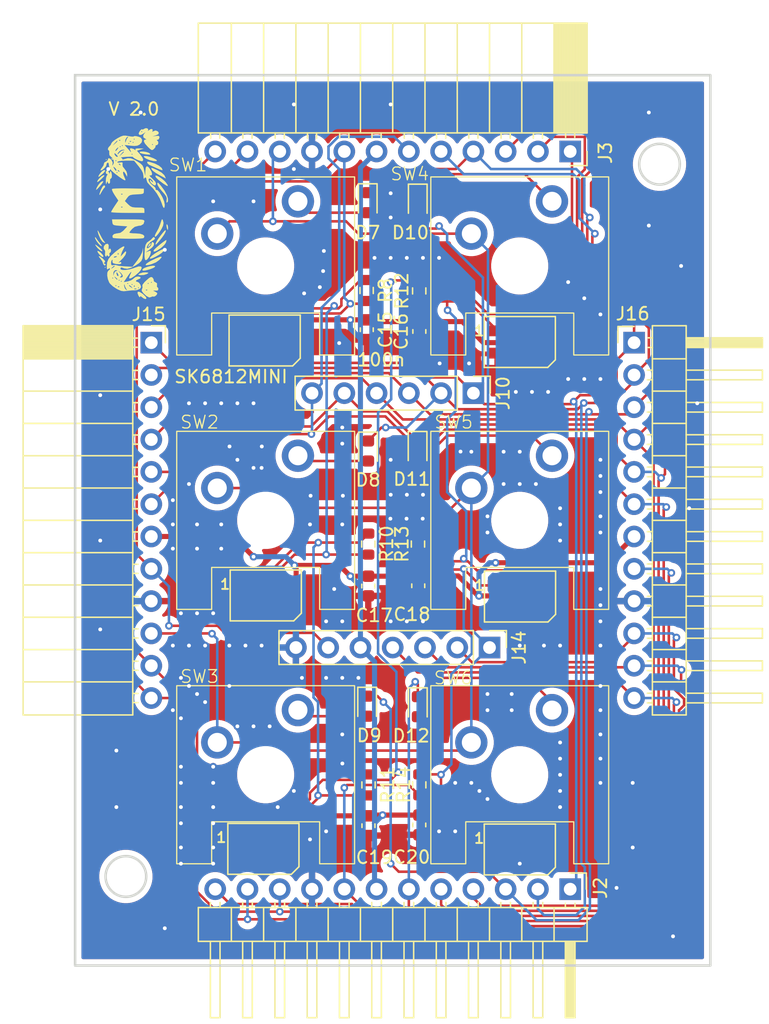
<source format=kicad_pcb>
(kicad_pcb (version 20241229) (generator "pcbnew") (generator_version "9.0")
  (layers (0 "F.Cu" signal) (2 "B.Cu" signal) (13 "F.Paste" user) (15 "B.Paste" user) (5 "F.SilkS" user "F.Silkscreen") (7 "B.SilkS" user "B.Silkscreen") (1 "F.Mask" user) (3 "B.Mask" user) (25 "Edge.Cuts" user))
  (net 0 "")
  (net 1 "Net-(D1-DOUT)")
  (net 2 "Net-(D4-DOUT)")
  (net 3 "Net-(D2-DOUT)")
  (net 4 "Net-(D3-DOUT)")
  (net 5 "GND #2")
  (net 6 "Net-(D5-DOUT)")
  (net 7 "LED_DATA_OUT")
  (net 8 "LED_DATA_IN")
  (net 9 "+5V #2")
  (net 10 "H_BTN4")
  (net 11 "H_BTN6")
  (net 12 "H_BTN5")
  (net 13 "H_GRP1")
  (net 14 "H_BTN3")
  (net 15 "H_BTN1")
  (net 16 "H_GRP4")
  (net 17 "H_GRP2")
  (net 18 "H_GRP3")
  (net 19 "H_BTN2")
  (net 20 "Net-(D9-A)")
  (net 21 "Net-(D10-A)")
  (net 22 "Net-(D11-A)")
  (net 23 "Net-(D7-A)")
  (net 24 "Net-(D8-A)")
  (net 25 "Net-(D12-A)")
  (footprint "Capacitor_SMD:C_0603_1608Metric" (layer "F.Cu") (at 106.954425 113.993621 90)
    (property "Reference" "C20")
    (property "Value" "100n")
  )
  (footprint "LED_SMD:LED_SK6812MINI_PLCC4_3.5x3.5mm_P1.75mm" (layer "F.Cu") (at 114.885987 96.037003)
    (property "Reference" "D5" (hide yes))
    (property "Value" "SK6812MINI")
  )
  (footprint "Diode_SMD:D_0603_1608Metric" (layer "F.Cu") (at 102.898594 65.07092 -90)
    (property "Reference" "D7")
    (property "Value" "D")
  )
  (footprint "Resistor_SMD:R_0603_1608Metric" (layer "F.Cu") (at 102.946813 91.912256 90)
    (property "Reference" "R10")
    (property "Value" "R" (hide yes))
  )
  (footprint "LED_SMD:LED_SK6812MINI_PLCC4_3.5x3.5mm_P1.75mm" (layer "F.Cu") (at 114.868959 115.921381)
    (property "Reference" "D6" (hide yes))
    (property "Value" "SK6812MINI")
  )
  (footprint "Resistor_SMD:R_0603_1608Metric" (layer "F.Cu") (at 106.952371 110.842057 -90)
    (property "Reference" "R14")
    (property "Value" "R")
  )
  (footprint "Connector_PinHeader_2.54mm:PinHeader_1x06_P2.54mm_Vertical" (layer "F.Cu") (at 111.214 80.045978 -90)
    (property "Reference" "J10")
    (property "Value" "Keyboard 1")
  )
  (footprint "Connector_PinHeader_2.54mm:PinHeader_1x12_P2.54mm_Horizontal" (layer "F.Cu") (at 118.834 119.045978 -90)
    (property "Reference" "J2")
    (property "Value" "Conn_01x12_Pin")
  )
  (footprint "Resistor_SMD:R_0603_1608Metric" (layer "F.Cu") (at 106.852352 91.911118 -90)
    (property "Reference" "R13")
    (property "Value" "R")
  )
  (footprint "Diode_SMD:D_0603_1608Metric" (layer "F.Cu") (at 102.850022 104.656137 -90)
    (property "Reference" "D9")
    (property "Value" "D")
  )
  (footprint "Button_Switch_Keyboard:Gateron Pro" (layer "F.Cu") (at 94.864 110.045978)
    (property "Reference" "SW3")
    (property "Value" "SW_Push" (hide yes))
  )
  (footprint "LED_SMD:LED_SK6812MINI_PLCC4_3.5x3.5mm_P1.75mm" (layer "F.Cu") (at 94.686402 115.873576)
    (property "Reference" "D3" (hide yes))
    (property "Value" "SK6812MINI")
  )
  (footprint "Diode_SMD:D_0603_1608Metric" (layer "F.Cu") (at 106.841721 104.696045 -90)
    (property "Reference" "D12")
    (property "Value" "D")
  )
  (footprint "Button_Switch_Keyboard:Gateron Pro" (layer "F.Cu") (at 114.864 70.045978)
    (property "Reference" "SW4")
    (property "Value" "SW_Push")
  )
  (footprint "Capacitor_SMD:C_0603_1608Metric" (layer "F.Cu") (at 102.954964 114.052725 90)
    (property "Reference" "C19")
    (property "Value" "100n")
  )
  (footprint "LED_SMD:LED_SK6812MINI_PLCC4_3.5x3.5mm_P1.75mm" (layer "F.Cu") (at 114.867554 76.023509)
    (property "Reference" "D4" (hide yes))
    (property "Value" "SK6812MINI")
  )
  (footprint "Capacitor_SMD:C_0603_1608Metric" (layer "F.Cu") (at 102.822372 75.0575 90)
    (property "Reference" "C15")
    (property "Value" "100n")
  )
  (footprint "Button_Switch_Keyboard:Gateron Pro" (layer "F.Cu") (at 114.864 110.045978)
    (property "Reference" "SW6")
    (property "Value" "SW_Push" (hide yes))
  )
  (footprint "Connector_PinSocket_2.54mm:PinSocket_1x12_P2.54mm_Horizontal" (layer "F.Cu") (at 85.864 76.075978)
    (property "Reference" "J15")
    (property "Value" "Conn_01x12_Socket")
  )
  (footprint "Button_Switch_Keyboard:Gateron Pro" (layer "F.Cu") (at 94.864 70.045978)
    (property "Reference" "SW1")
    (property "Value" "SW_Push" (hide yes))
  )
  (footprint "Resistor_SMD:R_0603_1608Metric" (layer "F.Cu") (at 106.950264 72.008263 -90)
    (property "Reference" "R12")
    (property "Value" "R")
  )
  (footprint "Button_Switch_Keyboard:Gateron Pro" (layer "F.Cu") (at 94.864 90.045978)
    (property "Reference" "SW2")
    (property "Value" "SW_Push" (hide yes))
  )
  (footprint "LED_SMD:LED_SK6812MINI_PLCC4_3.5x3.5mm_P1.75mm" (layer "F.Cu") (at 94.873216 95.950438)
    (property "Reference" "D2" (hide yes))
    (property "Value" "SK6812MINI")
  )
  (footprint "Diode_SMD:D_0603_1608Metric" (layer "F.Cu") (at 102.927314 84.592627 -90)
    (property "Reference" "D8")
    (property "Value" "D")
  )
  (footprint "Connector_PinHeader_2.54mm:PinHeader_1x07_P2.54mm_Vertical" (layer "F.Cu") (at 112.484 100.045978 -90)
    (property "Reference" "J14")
    (property "Value" "Keyboard 2" (hide yes))
  )
  (footprint "Capacitor_SMD:C_0603_1608Metric" (layer "F.Cu") (at 106.960255 75.19631 90)
    (property "Reference" "C16")
    (property "Value" "100n")
  )
  (footprint "Resistor_SMD:R_0603_1608Metric" (layer "F.Cu") (at 102.961469 110.84688 90)
    (property "Reference" "R11")
    (property "Value" "R")
  )
  (footprint "Capacitor_SMD:C_0603_1608Metric" (layer "F.Cu") (at 106.874735 95.189452 90)
    (property "Reference" "C18")
    (property "Value" "100n")
  )
  (footprint "Connector_PinHeader_2.54mm:PinHeader_1x12_P2.54mm_Horizontal" (layer "F.Cu") (at 123.864 76.075978)
    (property "Reference" "J16")
    (property "Value" "Conn_01x12_Pin")
  )
  (footprint "Button_Switch_Keyboard:Gateron Pro" (layer "F.Cu") (at 114.864 90.045978)
    (property "Reference" "SW5")
    (property "Value" "SW_Push" (hide yes))
  )
  (footprint "Capacitor_SMD:C_0603_1608Metric" (layer "F.Cu") (at 102.939879 95.211315 90)
    (property "Reference" "C17")
    (property "Value" "100n")
  )
  (footprint "Resistor_SMD:R_0603_1608Metric" (layer "F.Cu") (at 102.812473 71.975233 90)
    (property "Reference" "R8")
    (property "Value" "R" (hide yes))
  )
  (footprint "LOGO" (layer "F.Cu") (at 84.305177 65.91749 90)
    (property "Reference" "G***" (hide yes))
    (property "Value" "LOGO" (hide yes))
  )
  (footprint "Connector_PinSocket_2.54mm:PinSocket_1x12_P2.54mm_Horizontal" (layer "F.Cu") (at 118.834 61.045978 -90)
    (property "Reference" "J3")
    (property "Value" "Conn_01x12_Socket")
  )
  (footprint "LED_SMD:LED_SK6812MINI_PLCC4_3.5x3.5mm_P1.75mm" (layer "F.Cu") (at 94.786024 75.906184)
    (property "Reference" "D1" (hide yes))
    (property "Value" "SK6812MINI")
  )
  (footprint "Diode_SMD:D_0603_1608Metric" (layer "F.Cu") (at 106.835891 65.099636 -90)
    (property "Reference" "D10")
    (property "Value" "D")
  )
  (footprint "Diode_SMD:D_0603_1608Metric" (layer "F.Cu") (at 106.821833 84.545986 -90)
    (property "Reference" "D11")
    (property "Value" "D")
  )
  (gr_circle (center 125.864 62.045978) (end 127.464 62.045978) (stroke (width 0.2)) (fill no) (layer "Edge.Cuts"))
  (gr_circle (center 83.864 118.045978) (end 85.464 118.045978) (stroke (width 0.2)) (fill no) (layer "Edge.Cuts"))
  (gr_rect (start 79.864 55.045978) (end 129.864 125.045978) (stroke (width 0.2)) (fill no) (layer "Edge.Cuts"))
  (gr_text "V 2.0" (at 82.400177 58.29749 0) (layer "F.SilkS") (effects (font (size 1 1)) (justify left bottom)))
  (segment (start 95.792608 73.3805) (end 100.596265 73.3805) (width 0.2) (layer "F.Cu") (net 1))
  (segment (start 97.134398 92.737256) (end 99.624 92.737256) (width 0.2) (layer "F.Cu") (net 1))
  (segment (start 99.624 92.737256) (end 102.946813 92.737256) (width 0.2) (layer "F.Cu") (net 1))
  (segment (start 96.623216 96.825438) (end 95.522216 95.724438) (width 0.2) (layer "F.Cu") (net 1))
  (segment (start 94.141924 75.031184) (end 95.792608 73.3805) (width 0.2) (layer "F.Cu") (net 1))
  (segment (start 100.824894 72.655084) (end 102.329745 71.150233) (width 0.2) (layer "F.Cu") (net 1))
  (segment (start 93.036024 75.031184) (end 94.141924 75.031184) (width 0.2) (layer "F.Cu") (net 1))
  (segment (start 102.329745 71.150233) (end 102.812473 71.150233) (width 0.2) (layer "F.Cu") (net 1))
  (segment (start 95.522216 94.349438) (end 97.134398 92.737256) (width 0.2) (layer "F.Cu") (net 1))
  (segment (start 100.824894 73.151871) (end 100.824894 72.655084) (width 0.2) (layer "F.Cu") (net 1))
  (segment (start 95.522216 95.724438) (end 95.522216 94.349438) (width 0.2) (layer "F.Cu") (net 1))
  (segment (start 100.596265 73.3805) (end 100.824894 73.151871) (width 0.2) (layer "F.Cu") (net 1))
  (via (at 100.259 73.1815) (size 0.6) (drill 0.3) (layers "F.Cu" "B.Cu") (net 1))
  (via (at 99.624 92.737256) (size 0.6) (drill 0.3) (layers "F.Cu" "B.Cu") (net 1))
  (segment (start 99.665 73.7755) (end 100.259 73.1815) (width 0.2) (layer "B.Cu") (net 1))
  (segment (start 99.665 92.696256) (end 99.665 73.7755) (width 0.2) (layer "B.Cu") (net 1))
  (segment (start 99.665 92.696256) (end 99.624 92.737256) (width 0.2) (layer "B.Cu") (net 1))
  (segment (start 111.492469 93.979447) (end 117.280431 93.979447) (width 0.2) (layer "F.Cu") (net 2))
  (segment (start 106.852352 91.086118) (end 106.852352 91.24433) (width 0.2) (layer "F.Cu") (net 2))
  (segment (start 109.149 72.833263) (end 109.149 73.492726) (width 0.2) (layer "F.Cu") (net 2))
  (segment (start 117.736987 94.436003) (end 117.736987 95.811003) (width 0.2) (layer "F.Cu") (net 2))
  (segment (start 110.775308 93.262286) (end 111.492469 93.979447) (width 0.2) (layer "F.Cu") (net 2))
  (segment (start 106.852352 91.24433) (end 108.870308 93.262286) (width 0.2) (layer "F.Cu") (net 2))
  (segment (start 117.736987 95.811003) (end 116.635987 96.912003) (width 0.2) (layer "F.Cu") (net 2))
  (segment (start 106.950264 72.833263) (end 109.149 72.833263) (width 0.2) (layer "F.Cu") (net 2))
  (segment (start 108.870308 93.262286) (end 110.775308 93.262286) (width 0.2) (layer "F.Cu") (net 2))
  (segment (start 117.280431 93.979447) (end 117.736987 94.436003) (width 0.2) (layer "F.Cu") (net 2))
  (segment (start 110.802308 72.833263) (end 113.117554 75.148509) (width 0.2) (layer "F.Cu") (net 2))
  (segment (start 109.149 73.492726) (end 109.183406 73.527132) (width 0.2) (layer "F.Cu") (net 2))
  (segment (start 109.149 72.833263) (end 110.802308 72.833263) (width 0.2) (layer "F.Cu") (net 2))
  (via (at 109.183406 73.527132) (size 0.6) (drill 0.3) (layers "F.Cu" "B.Cu") (net 2))
  (via (at 110.454 93.063283) (size 0.6) (drill 0.3) (layers "F.Cu" "B.Cu") (net 2))
  (segment (start 109.183406 73.527132) (end 109.825 74.168726) (width 0.2) (layer "B.Cu") (net 2))
  (segment (start 109.149 82.110978) (end 109.149 87.825978) (width 0.2) (layer "B.Cu") (net 2))
  (segment (start 110.653 89.329978) (end 110.653 92.864283) (width 0.2) (layer "B.Cu") (net 2))
  (segment (start 109.825 74.168726) (end 109.825 81.434978) (width 0.2) (layer "B.Cu") (net 2))
  (segment (start 109.149 87.825978) (end 110.653 89.329978) (width 0.2) (layer "B.Cu") (net 2))
  (segment (start 109.825 81.434978) (end 109.149 82.110978) (width 0.2) (layer "B.Cu") (net 2))
  (segment (start 110.653 92.864283) (end 110.454 93.063283) (width 0.2) (layer "B.Cu") (net 2))
  (segment (start 96.449 116.880978) (end 95.179 115.610978) (width 0.2) (layer "F.Cu") (net 3))
  (segment (start 98.989 111.882457) (end 98.989 111.67188) (width 0.2) (layer "F.Cu") (net 3))
  (segment (start 98.989 91.776895) (end 99.006028 91.793923) (width 0.2) (layer "F.Cu") (net 3))
  (segment (start 95.696981 114.055997) (end 96.815461 114.055997) (width 0.2) (layer "F.Cu") (net 3))
  (segment (start 97.510631 91.793923) (end 94.229116 95.075438) (width 0.2) (layer "F.Cu") (net 3))
  (segment (start 99.006028 91.793923) (end 97.510631 91.793923) (width 0.2) (layer "F.Cu") (net 3))
  (segment (start 102.240146 91.793923) (end 102.946813 91.087256) (width 0.2) (layer "F.Cu") (net 3))
  (segment (start 99.006028 91.793923) (end 102.240146 91.793923) (width 0.2) (layer "F.Cu") (net 3))
  (segment (start 96.815461 114.055997) (end 98.989 111.882457) (width 0.2) (layer "F.Cu") (net 3))
  (segment (start 95.179 114.573978) (end 95.696981 114.055997) (width 0.2) (layer "F.Cu") (net 3))
  (segment (start 95.179 115.610978) (end 95.179 114.573978) (width 0.2) (layer "F.Cu") (net 3))
  (segment (start 94.229116 95.075438) (end 93.123216 95.075438) (width 0.2) (layer "F.Cu") (net 3))
  (segment (start 98.989 111.67188) (end 102.961469 111.67188) (width 0.2) (layer "F.Cu") (net 3))
  (via (at 99.006028 91.793923) (size 0.6) (drill 0.3) (layers "F.Cu" "B.Cu") (net 3))
  (via (at 98.989 111.67188) (size 0.6) (drill 0.3) (layers "F.Cu" "B.Cu") (net 3))
  (segment (start 98.633 92.166951) (end 98.633 103.973248) (width 0.2) (layer "B.Cu") (net 3))
  (segment (start 99.006028 91.793923) (end 98.633 92.166951) (width 0.2) (layer "B.Cu") (net 3))
  (segment (start 98.989 104.329248) (end 98.989 111.67188) (width 0.2) (layer "B.Cu") (net 3))
  (segment (start 98.633 103.973248) (end 98.989 104.329248) (width 0.2) (layer "B.Cu") (net 3))
  (segment (start 98.34838 111.462557) (end 99.360254 110.450683) (width 0.2) (layer "F.Cu") (net 4))
  (segment (start 106.950264 71.183263) (end 108.474984 71.183263) (width 0.2) (layer "F.Cu") (net 4))
  (segment (start 118.039 75.477063) (end 116.617554 76.898509) (width 0.2) (layer "F.Cu") (net 4))
  (segment (start 112.358062 73.821917) (end 117.369939 73.821917) (width 0.2) (layer "F.Cu") (net 4))
  (segment (start 104.704 110.450683) (end 105.304 109.850683) (width 0.2) (layer "F.Cu") (net 4))
  (segment (start 92.949 115.130978) (end 94.0549 115.130978) (width 0.2) (layer "F.Cu") (net 4))
  (segment (start 105.304 109.850683) (end 105.304 109.841595) (width 0.2) (layer "F.Cu") (net 4))
  (segment (start 98.34838 111.955978) (end 98.34838 111.462557) (width 0.2) (layer "F.Cu") (net 4))
  (segment (start 117.369939 73.821917) (end 118.039 74.490978) (width 0.2) (layer "F.Cu") (net 4))
  (segment (start 102.961469 110.02188) (end 103.390272 110.450683) (width 0.2) (layer "F.Cu") (net 4))
  (segment (start 103.390272 110.450683) (end 104.704 110.450683) (width 0.2) (layer "F.Cu") (net 4))
  (segment (start 108.474984 71.183263) (end 109.719408 71.183263) (width 0.2) (layer "F.Cu") (net 4))
  (segment (start 99.360254 110.450683) (end 102.532666 110.450683) (width 0.2) (layer "F.Cu") (net 4))
  (segment (start 94.0549 115.130978) (end 95.530881 113.654997) (width 0.2) (layer "F.Cu") (net 4))
  (segment (start 118.039 74.490978) (end 118.039 75.477063) (width 0.2) (layer "F.Cu") (net 4))
  (segment (start 96.649361 113.654997) (end 98.34838 111.955978) (width 0.2) (layer "F.Cu") (net 4))
  (segment (start 109.719408 71.183263) (end 112.358062 73.821917) (width 0.2) (layer "F.Cu") (net 4))
  (segment (start 116.617554 76.898509) (end 116.242554 76.898509) (width 0.4) (layer "F.Cu") (net 4))
  (segment (start 104.836715 71.183263) (end 106.950264 71.183263) (width 0.2) (layer "F.Cu") (net 4))
  (segment (start 102.532666 110.450683) (end 102.961469 110.02188) (width 0.2) (layer "F.Cu") (net 4))
  (segment (start 104.704 71.315978) (end 104.836715 71.183263) (width 0.2) (layer "F.Cu") (net 4))
  (segment (start 95.530881 113.654997) (end 96.649361 113.654997) (width 0.2) (layer "F.Cu") (net 4))
  (via (at 104.704 71.315978) (size 0.6) (drill 0.3) (layers "F.Cu" "B.Cu") (net 4))
  (via (at 105.304 109.841595) (size 0.6) (drill 0.3) (layers "F.Cu" "B.Cu") (net 4))
  (segment (start 105.154 101.963738) (end 105.154 109.691595) (width 0.2) (layer "B.Cu") (net 4))
  (segment (start 103.713 100.522738) (end 105.154 101.963738) (width 0.2) (layer "B.Cu") (net 4))
  (segment (start 104.745 71.356978) (end 104.745 80.522738) (width 0.2) (layer "B.Cu") (net 4))
  (segment (start 104.704 71.315978) (end 104.745 71.356978) (width 0.2) (layer "B.Cu") (net 4))
  (segment (start 103.713 81.554738) (end 103.713 100.522738) (width 0.2) (layer "B.Cu") (net 4))
  (segment (start 104.745 80.522738) (end 103.713 81.554738) (width 0.2) (layer "B.Cu") (net 4))
  (segment (start 105.154 109.691595) (end 105.304 109.841595) (width 0.2) (layer "B.Cu") (net 4))
  (via (at 107.244 97.985978) (size 0.6) (drill 0.3) (layers "F.Cu" "B.Cu") (net 5))
  (via (at 90.734 97.350978) (size 0.6) (drill 0.3) (layers "F.Cu" "B.Cu") (net 5))
  (via (at 98.354 115.130978) (size 0.6) (drill 0.3) (layers "F.Cu" "B.Cu") (net 5))
  (via (at 125.024 66.870978) (size 0.6) (drill 0.3) (layers "F.Cu" "B.Cu") (net 5))
  (via (at 93.909 85.920978) (size 0.6) (drill 0.3) (layers "F.Cu" "B.Cu") (net 5))
  (via (at 123.754 110.685978) (size 0.6) (drill 0.3) (layers "F.Cu" "B.Cu") (net 5))
  (via (at 121.214 73.855978) (size 0.6) (drill 0.3) (layers "F.Cu" "B.Cu") (net 5))
  (via (at 99.624 114.495978) (size 0.6) (drill 0.3) (layers "F.Cu" "B.Cu") (net 5))
  (via (at 121.214 86.555978) (size 0.6) (drill 0.3) (layers "F.Cu" "B.Cu") (net 5))
  (via (at 94.544 99.890978) (size 0.6) (drill 0.3) (layers "F.Cu" "B.Cu") (net 5))
  (via (at 81.844 80.205978) (size 0.6) (drill 0.3) (layers "F.Cu" "B.Cu") (net 5))
  (via (at 118.039 110.050978) (size 0.6) (drill 0.3) (layers "F.Cu" "B.Cu") (net 5))
  (via (at 119.944 72.585978) (size 0.6) (drill 0.3) (layers "F.Cu" "B.Cu") (net 5))
  (via (at 90.099 104.335978) (size 0.6) (drill 0.3) (layers "F.Cu" "B.Cu") (net 5))
  (via (at 100.894 106.875978) (size 0.6) (drill 0.3) (layers "F.Cu" "B.Cu") (net 5))
  (via (at 88.194 110.685978) (size 0.6) (drill 0.3) (layers "F.Cu" "B.Cu") (net 5))
  (via (at 121.214 108.780978) (size 0.6) (drill 0.3) (layers "F.Cu" "B.Cu") (net 5))
  (via (at 118.674 78.935978) (size 0.6) (drill 0.3) (layers "F.Cu" "B.Cu") (net 5))
  (via (at 91.369 90.365978) (size 0.6) (drill 0.3) (layers "F.Cu" "B.Cu") (net 5))
  (via (at 95.814 112.590978) (size 0.6) (drill 0.3) (layers "F.Cu" "B.Cu") (net 5))
  (via (at 91.369 80.840978) (size 0.6) (drill 0.3) (layers "F.Cu" "B.Cu") (net 5))
  (via (at 118.039 89.095978) (size 0.6) (drill 0.3) (layers "F.Cu" "B.Cu") (net 5))
  (via (at 94.560281 84.237343) (size 0.6) (drill 0.3) (layers "F.Cu" "B.Cu") (net 5))
  (via (at 91.369 92.270978) (size 0.6) (drill 0.3) (layers "F.Cu" "B.Cu") (net 5))
  (via (at 93.909 106.240978) (size 0.6) (drill 0.3) (layers "F.Cu" "B.Cu") (net 5))
  (via (at 121.214 99.890978) (size 0.6) (drill 0.3) (layers "F.Cu" "B.Cu") (net 5))
  (via (at 114.864 84.650978) (size 0.6) (drill 0.3) (layers "F.Cu" "B.Cu") (net 5))
  (via (at 99.624 102.430978) (size 0.6) (drill 0.3) (layers "F.Cu" "B.Cu") (net 5))
  (via (at 102.164 102.430978) (size 0.6) (drill 0.3) (layers "F.Cu" "B.Cu") (net 5))
  (via (at 89.464 103.700978) (size 0.6) (drill 0.3) (layers "F.Cu" "B.Cu") (net 5))
  (via (at 118.674 71.315978) (size 0.6) (drill 0.3) (layers "F.Cu" "B.Cu") (net 5))
  (via (at 104.704 69.410978) (size 0.6) (drill 0.3) (layers "F.Cu" "B.Cu") (net 5))
  (via (at 111.054 84.650978) (size 0.6) (drill 0.3) (layers "F.Cu" "B.Cu") (net 5))
  (via (at 94.544 85.920978) (size 0.6) (drill 0.3) (layers "F.Cu" "B.Cu") (net 5))
  (via (at 112.324 103.700978) (size 0.6) (drill 0.3) (layers "F.Cu" "B.Cu") (net 5))
  (via (at 97.893153 72.20133) (size 0.6) (drill 0.3) (layers "F.Cu" "B.Cu") (net 5))
  (via (at 109.784 110.685978) (size 0.6) (drill 0.3) (layers "F.Cu" "B.Cu") (net 5))
  (via (at 110.201891 84.640313) (size 0.6) (drill 0.3) (layers "F.Cu" "B.Cu") (net 5))
  (via (at 128.199 89.095978) (size 0.6) (drill 0.3) (layers "F.Cu" "B.Cu") (net 5))
  (via (at 126.929 122.750978) (size 0.6) (drill 0.3) (layers "F.Cu" "B.Cu") (net 5))
  (via (at 85.019 57.980978) (size 0.6) (drill 0.3) (layers "F.Cu" "B.Cu") (net 5))
  (via (at 81.844 91.635978) (size 0.6) (drill 0.3) (layers "F.Cu" "B.Cu") (net 5))
  (via (at 100.259 95.445978) (size 0.6) (drill 0.3) (layers "F.Cu" "B.Cu") (net 5))
  (via (at 88.194 117.035978) (size 0.6) (drill 0.3) (layers "F.Cu" "B.Cu") (net 5))
  (via (at 100.894 84.015978) (size 0.6) (drill 0.3) (layers "F.Cu" "B.Cu") (net 5))
  (via (at 100.941529 88.111901) (size 0.6) (drill 0.3) (layers "F.Cu" "B.Cu") (net 5))
  (via (at 92.639 106.240978) (size 0.6) (drill 0.3) (layers "F.Cu" "B.Cu") (net 5))
  (via (at 121.214 78.935978) (size 0.6) (drill 0.3) (layers "F.Cu" "B.Cu") (net 5))
  (via (at 121.214 89.730978) (size 0.6) (drill 0.3) (layers "F.Cu" "B.Cu") (net 5))
  (via (at 82.479 62.425978) (size 0.6) (drill 0.3) (layers "F.Cu" "B.Cu") (net 5))
  (via (at 88.829 99.890978) (size 0.6) (drill 0.3) (layers "F.Cu" "B.Cu") (net 5))
  (via (at 107.244 69.410978) (size 0.6) (drill 0.3) (layers "F.Cu" "B.Cu") (net 5))
  (via (at 121.214 87.825978) (size 0.6) (drill 0.3) (layers "F.Cu" "B.Cu") (net 5))
  (via (at 92.004 99.890978) (size 0.6) (drill 0.3) (layers "F.Cu" "B.Cu") (net 5))
  (via (at 121.214 96.715978) (size 0.6) (drill 0.3) (layers "F.Cu" "B.Cu") (net 5))
  (via (at 116.134 87.190978) (size 0.6) (drill 0.3) (layers "F.Cu" "B.Cu") (net 5))
  (via (at 81.844 65.600978) (size 0.6) (drill 0.3) (layers "F.Cu" "B.Cu") (net 5))
  (via (at 90.734 64.965978) (size 0.6) (drill 0.3) (layers "F.Cu" "B.Cu") (net 5))
  (via (at 128.834 80.840978) (size 0.6) (drill 0.3) (layers "F.Cu" "B.Cu") (net 5))
  (via (at 100.894 90.365978) (size 0.6) (drill 0.3) (layers "F.Cu" "B.Cu") (net 5))
  (via (at 100.894 102.430978) (size 0.6) (drill 0.3) (layers "F.Cu" "B.Cu") (net 5))
  (via (at 88.194 115.765978) (size 0.6) (drill 0.3) (layers "F.Cu" "B.Cu") (net 5))
  (via (at 99.128756 71.712836) (size 0.6) (drill 0.3) (layers "F.Cu" "B.Cu") (net 5))
  (via (at 83.114 112.590978) (size 0.6) (drill 0.3) (layers "F.Cu" "B.Cu") (net 5))
  (via (at 88.194 112.590978) (size 0.6) (drill 0.3) (layers "F.Cu" "B.Cu") (net 5))
  (via (at 112.324 104.970978) (size 0.6) (drill 0.3) (layers "F.Cu" "B.Cu") (net 5))
  (via (at 111.054 110.685978) (size 0.6) (drill 0.3) (layers "F.Cu" "B.Cu") (net 5))
  (via (at 118.039 107.510978) (size 0.6) (drill 0.3) (layers "F.Cu" "B.Cu") (net 5))
  (via (at 92.639 85.285978) (size 0.6) (drill 0.3) (layers "F.Cu" "B.Cu") (net 5))
  (via (at 121.214 97.985978) (size 0.6) (drill 0.3) (layers "F.Cu" "B.Cu") (net 5))
  (via (at 89.464 97.350978) (size 0.6) (drill 0.3) (layers "F.Cu" "B.Cu") (net 5))
  (via (at 86.924 68.775978) (size 0.6) (drill 0.3) (layers "F.Cu" "B.Cu") (net 5))
  (via (at 121.214 106.875978) (size 0.6) (drill 0.3) (layers "F.Cu" "B.Cu") (net 5))
  (via (at 105.974 97.985978) (size 0.6) (drill 0.3) (layers "F.Cu" "B.Cu") (net 5))
  (via (at 92.004 103.065978) (size 0.6) (drill 0.3) (layers "F.Cu" "B.Cu") (net 5))
  (via (at 122.484 118.940978) (size 0.6) (drill 0.3) (layers "F.Cu" "B.Cu") (net 5))
  (via (at 93.909 64.965978) (size 0.6) (drill 0.3) (layers "F.Cu" "B.Cu") (net 5))
  (via (at 118.039 90.365978) (size 0.6) (drill 0.3) (layers "F.Cu" "B.Cu") (net 5))
  (via (at 98.354 90.365978) (size 0.6) (drill 0.3) (layers "F.Cu" "B.Cu") (net 5))
  (via (at 92.020281 84.237343) (size 0.6) (drill 0.3) (layers "F.Cu" "B.Cu") (net 5))
  (via (at 125.024 57.980978) (size 0.6) (drill 0.3) (layers "F.Cu" "B.Cu") (net 5))
  (via (at 104.704 57.345978) (size 0.6) (drill 0.3) (layers "F.Cu" "B.Cu") (net 5))
  (via (at 89.464 92.270978) (size 0.6) (drill 0.3) (layers "F.Cu" "B.Cu") (net 5))
  (via (at 121.214 95.445978) (size 0.6) (drill 0.3) (layers "F.Cu" "B.Cu") (net 5))
  (via (at 105.953416 89.914732) (size 0.6) (drill 0.3) (layers "F.Cu" "B.Cu") (net 5))
  (via (at 100.65171 76.109286) (size 0.6) (drill 0.3) (layers "F.Cu" "B.Cu") (net 5))
  (via (at 121.214 110.685978) (size 0.6) (drill 0.3) (layers "F.Cu" "B.Cu") (net 5))
  (via (at 118.039 99.890978) (size 0.6) (drill 0.3) (layers "F.Cu" "B.Cu") (net 5))
  (via (at 104.683416 89.914732) (size 0.6) (drill 0.3) (layers "F.Cu" "B.Cu") (net 5))
  (via (at 88.194 102.430978) (size 0.6) (drill 0.3) (layers "F.Cu" "B.Cu") (net 5))
  (via (at 97.084 111.320978) (size 0.6) (drill 0.3) (layers "F.Cu" "B.Cu") (net 5))
  (via (at 104.704 85.285978) (size 0.6) (drill 0.3) (layers "F.Cu" "B.Cu") (net 5))
  (via (at 104.704 66.235978) (size 0.6) (drill 0.3) (layers "F.Cu" "B.Cu") (net 5))
  (via (at 118.039 91.635978) (size 0.6) (drill 0.3) (layers "F.Cu" "B.Cu") (net 5))
  (via (at 90.734 110.685978) (size 0.6) (drill 0.3) (layers "F.Cu" "B.Cu") (net 5))
  (via (at 114.229 103.700978) (size 0.6) (drill 0.3) (layers "F.Cu" "B.Cu") (net 5))
  (via (at 109.784 114.495978) (size 0.6) (drill 0.3) (layers "F.Cu" "B.Cu") (net 5))
  (via (at 88.194 109.415978) (size 0.6) (drill 0.3) (layers "F.Cu" "B.Cu") (net 5))
  (via (at 88.194 113.860978) (size 0.6) (drill 0.3) (layers "F.Cu" "B.Cu") (net 5))
  (via (at 88.194 105.605978) (size 0.6) (drill 0.3) (layers "F.Cu" "B.Cu") (net 5))
  (via (at 123.754 115.765978) (size 0.6) (drill 0.3) (layers "F.Cu" "B.Cu") (net 5))
  (via (at 108.514 114.495978) (size 0.6) (drill 0.3) (layers "F.Cu" "B.Cu") (net 5))
  (via (at 127.564 70.045978) (size 0.6) (drill 0.3) (layers "F.Cu" "B.Cu") (net 5))
  (via (at 100.902514 109.16411) (size 0.6) (drill 0.3) (layers "F.Cu" "B.Cu") (net 5))
  (via (at 93.274 99.890978) (size 0.6) (drill 0.3) (layers "F.Cu" "B.Cu") (net 5))
  (via (at 112.324 111.955978) (size 0.6) (drill 0.3) (layers "F.Cu" "B.Cu") (net 5))
  (via (at 121.214 104.970978) (size 0.6) (drill 0.3) (layers "F.Cu" "B.Cu") (net 5))
  (via (at 99.387371 70.448497) (size 0.6) (drill 0.3) (layers "F.Cu" "B.Cu") (net 5))
  (via (at 112.324 89.730978) (size 0.6) (drill 0.3) (layers "F.Cu" "B.Cu") (net 5))
  (via (at 87.559 88.460978) (size 0.6) (drill 0.3) (layers "F.Cu" "B.Cu") (net 5))
  (via (at 114.229 104.970978) (size 0.6) (drill 0.3) (layers "F.Cu" "B.Cu") (net 5))
  (via (at 104.704 64.330978) (size 0.6) (drill 0.3) (layers "F.Cu" "B.Cu") (net 5))
  (via (at 116.769 99.890978) (size 0.6) (drill 0.3) (layers "F.Cu" "B.Cu") (net 5))
  (via (at 121.214 85.285978) (size 0.6) (drill 0.3) (layers "F.Cu" "B.Cu") (net 5))
  (via (at 90.099 80.840978) (size 0.6) (drill 0.3) (layers "F.Cu" "B.Cu") (net 5))
  (via (at 114.556 79.949151) (size 0.6) (drill 0.3) (layers "F.Cu" "B.Cu") (net 5))
  (via (at 97.084 62.425978) (size 0.6) (drill 0.3) (layers "F.Cu" "B.Cu") (net 5))
  (via (at 87.559 92.270978) (size 0.6) (drill 0.3) (layers "F.Cu" "B.Cu") (net 5))
  (via (at 108.557974 77.707121) (size 0.6) (drill 0.3) (layers "F.Cu" "B.Cu") (net 5))
  (via (at 107.248959 88.033124) (size 0.6) (drill 0.3) (layers "F.Cu" "B.Cu") (net 5))
  (via (at 113.594 87.190978) (size 0.6) (drill 0.3) (layers "F.Cu" "B.Cu") (net 5))
  (via (at 112.324 91.000978) (size 0.6) (drill 0.3) (layers "F.Cu" "B.Cu") (net 5))
  (via (at 90.734 113.860978) (size 0.6) (drill 0.3) (layers "F.Cu" "B.Cu") (net 5))
  (via (at 90.734 112.590978) (size 0.6) (drill 0.3) (layers "F.Cu" "B.Cu") (net 5))
  (via (at 83.114 108.145978) (size 0.6) (drill 0.3) (layers "F.Cu" "B.Cu") (net 5))
  (via (at 114.864 99.890978) (size 0.6) (drill 0.3) (layers "F.Cu" "B.Cu") (net 5))
  (via (at 90.734 109.415978) (size 0.6) (drill 0.3) (layers "F.Cu" "B.Cu") (net 5))
  (via (at 99.624 97.985978) (size 0.6) (drill 0.3) (layers "F.Cu" "B.Cu") (net 5))
  (via (at 97.084 57.345978) (size 0.6) (drill 0.3) (layers "F.Cu" "B.Cu") (net 5))
  (via (at 121.214 91.000978) (size 0.6) (drill 0.3) (layers "F.Cu" "B.Cu") (net 5))
  (via (at 89.464 90.365978) (size 0.6) (drill 0.3) (layers "F.Cu" "B.Cu") (net 5))
  (via (at 108.514 69.410978) (size 0.6) (drill 0.3) (layers "F.Cu" "B.Cu") (net 5))
  (via (at 88.829 87.190978) (size 0.6) (drill 0.3) (layers "F.Cu" "B.Cu") (net 5))
  (via (at 113.594 84.650978) (size 0.6) (drill 0.3) (layers "F.Cu" "B.Cu") (net 5))
  (via (at 92.639 80.840978) (size 0.6) (drill 0.3) (layers "F.Cu" "B.Cu") (net 5))
  (via (at 115.826 79.949151) (size 0.6) (drill 0.3) (layers "F.Cu" "B.Cu") (net 5))
  (via (at 97.719 102.430978) (size 0.6) (drill 0.3) (layers "F.Cu" "B.Cu") (net 5))
  (via (at 105.978959 88.033124) (size 0.6) (drill 0.3) (layers "F.Cu" "B.Cu") (net 5))
  (via (at 121.214 103.065978) (size 0.6) (drill 0.3) (layers "F.Cu" "B.Cu") (net 5))
  (via (at 81.844 98.620978) (size 0.6) (drill 0.3) (layers "F.Cu" "B.Cu") (net 5))
  (via (at 88.194 97.350978) (size 0.6) (drill 0.3) (layers "F.Cu" "B.Cu") (net 5))
  (via (at 118.039 111.320978) (size 0.6) (drill 0.3) (layers "F.Cu" "B.Cu") (net 5))
  (via (at 90.734 117.035978) (size 0.6) (drill 0.3) (layers "F.Cu" "B.Cu") (net 5))
  (via (at 118.039 112.590978) (size 0.6) (drill 0.3) (layers "F.Cu" "B.Cu") (net 5))
  (via (at 86.924 122.115978) (size 0.6) (drill 0.3) (layers "F.Cu" "B.Cu") (net 5))
  (via (at 98.401529 88.111901) (size 0.6) (drill 0.3) (layers "F.Cu" "B.Cu") (net 5))
  (via (at 93.909 80.840978) (size 0.6) (drill 0.3) (layers "F.Cu" "B.Cu") (net 5))
  (via (at 118.039 108.780978) (size 0.6) (drill 0.3) (layers "F.Cu" "B.Cu") (net 5))
  (via (at 99.444841 68.868074) (size 0.6) (drill 0.3) (layers "F.Cu" "B.Cu") (net 5))
  (via (at 111.689 111.320978) (size 0.6) (drill 0.3) (layers "F.Cu" "B.Cu") (net 5))
  (via (at 110.875928 77.707121) (size 0.6) (drill 0.3) (layers "F.Cu" "B.Cu") (net 5))
  (via (at 95.179 106.240978) (size 0.6) (drill 0.3) (layers "F.Cu" "B.Cu") (net 5))
  (via (at 88.829 80.840978) (size 0.6) (drill 0.3) (layers "F.Cu" "B.Cu") (net 5))
  (via (at 104.708959 88.033124) (size 0.6) (drill 0.3) (layers "F.Cu" "B.Cu") (net 5))
  (via (at 88.829 103.065978) (size 0.6) (drill 0.3) (layers "F.Cu" "B.Cu") (net 5))
  (via (at 87.559 90.365978) (size 0.6) (drill 0.3) (layers "F.Cu" "B.Cu") (net 5))
  (via (at 119.944 78.935978) (size 0.6) (drill 0.3) (layers "F.Cu" "B.Cu") (net 5))
  (via (at 105.974 69.410978) (size 0.6) (drill 0.3) (layers "F.Cu" "B.Cu") (net 5))
  (via (at 114.864 87.190978) (size 0.6) (drill 0.3) (layers "F.Cu" "B.Cu") (net 5))
  (via (at 90.734 115.765978) (size 0.6) (drill 0.3) (layers "F.Cu" "B.Cu") (net 5))
  (via (at 103.434 69.410978) (size 0.6) (drill 0.3) (layers "F.Cu" "B.Cu") (net 5))
  (via (at 107.223416 89.914732) (size 0.6) (drill 0.3) (layers "F.Cu" "B.Cu") (net 5))
  (via (at 114.864 117.035978) (size 0.6) (drill 0.3) (layers "F.Cu" "B.Cu") (net 5))
  (via (at 87.559 104.970978) (size 0.6) (drill 0.3) (layers "F.Cu" "B.Cu") (net 5))
  (via (at 87.559 99.890978) (size 0.6) (drill 0.3) (layers "F.Cu" "B.Cu") (net 5))
  (via (at 100.894 82.745978) (size 0.6) (drill 0.3) (layers "F.Cu" "B.Cu") (net 5))
  (via (at 90.099 99.890978) (size 0.6) (drill 0.3) (layers "F.Cu" "B.Cu") (net 5))
  (via (at 117.096 79.949151) (size 0.6) (drill 0.3) (layers "F.Cu" "B.Cu") (net 5))
  (via (at 100.894 97.985978) (size 0.6) (drill 0.3) (layers "F.Cu" "B.Cu") (net 5))
  (via (at 104.704 97.985978) (size 0.6) (drill 0.3) (layers "F.Cu" "B.Cu") (net 5))
  (segment (start 109.383 112.189978) (end 110.829656 112.189978) (width 0.2) (layer "F.Cu") (net 6))
  (segment (start 117.719959 115.695381) (end 116.618959 116.796381) (width 0.2) (layer "F.Cu") (net 6))
  (segment (start 111.777328 113.13765) (end 112.960059 114.320381) (width 0.2) (layer "F.Cu") (net 6))
  (segment (start 110.454 93.863286) (end 110.403834 93.913452) (width 0.2) (layer "F.Cu") (net 6))
  (segment (start 111.752717 95.162003) (end 113.135987 95.162003) (width 0.2) (layer "F.Cu") (net 6))
  (segment (start 117.719959 114.495978) (end 117.719959 115.695381) (width 0.2) (layer "F.Cu") (net 6))
  (segment (start 117.544362 114.320381) (end 117.719959 114.495978) (width 0.2) (layer "F.Cu") (net 6))
  (segment (start 110.829656 112.189978) (end 111.777328 113.13765) (width 0.2) (layer "F.Cu") (net 6))
  (segment (start 112.960059 114.320381) (end 117.544362 114.320381) (width 0.2) (layer "F.Cu") (net 6))
  (segment (start 108.6662 111.473178) (end 109.383 112.189978) (width 0.2) (layer "F.Cu") (net 6))
  (segment (start 108.251474 93.913452) (end 107.07414 92.736118) (width 0.2) (layer "F.Cu") (net 6))
  (segment (start 108.6662 110.039479) (end 108.6662 111.473178) (width 0.2) (layer "F.Cu") (net 6))
  (segment (start 110.403834 93.913452) (end 108.251474 93.913452) (width 0.2) (layer "F.Cu") (net 6))
  (segment (start 106.952371 110.017057) (end 108.656735 110.017057) (width 0.2) (layer "F.Cu") (net 6))
  (segment (start 110.454 93.863286) (end 111.752717 95.162003) (width 0.2) (layer "F.Cu") (net 6))
  (via (at 108.6662 110.039479) (size 0.6) (drill 0.3) (layers "F.Cu" "B.Cu") (net 6))
  (via (at 110.454 93.863286) (size 0.6) (drill 0.3) (layers "F.Cu" "B.Cu") (net 6))
  (segment (start 111.095 100.522738) (end 111.095 99.224078) (width 0.2) (layer "B.Cu") (net 6))
  (segment (start 110.454 93.863286) (end 110.454 98.583078) (width 0.2) (layer "B.Cu") (net 6))
  (segment (start 109.483 102.134738) (end 111.095 100.522738) (width 0.2) (layer "B.Cu") (net 6))
  (segment (start 109.483 109.222679) (end 109.483 102.134738) (width 0.2) (layer "B.Cu") (net 6))
  (segment (start 108.6662 110.039479) (end 109.483 109.222679) (width 0.2) (layer "B.Cu") (net 6))
  (segment (start 111.095 99.224078) (end 110.454 98.583078) (width 0.2) (layer "B.Cu") (net 6))
  (segment (start 126.597 118.841678) (end 124.49085 120.947828) (width 0.2) (layer "F.Cu") (net 7))
  (segment (start 101.054 111.07188) (end 101.274197 110.851683) (width 0.2) (layer "F.Cu") (net 7))
  (segment (start 110.663557 112.590978) (end 113.118959 115.046381) (width 0.2) (layer "F.Cu") (net 7))
  (segment (start 126.597 106.240978) (end 126.597 118.841678) (width 0.2) (layer "F.Cu") (net 7))
  (segment (start 106.952371 111.667057) (end 106.955079 111.667057) (width 0.2) (layer "F.Cu") (net 7))
  (segment (start 126.597 94.374978) (end 126.597 106.240978) (width 0.2) (layer "F.Cu") (net 7))
  (segment (start 103.556 121.547978) (end 123.8907 121.547978) (width 0.2) (layer "F.Cu") (net 7))
  (segment (start 126.796 94.175978) (end 126.597 94.374978) (width 0.2) (layer "F.Cu") (net 7))
  (segment (start 101.274197 110.851683) (end 106.136997 110.851683) (width 0.2) (layer "F.Cu") (net 7))
  (segment (start 101.054 119.045978) (end 103.556 121.547978) (width 0.2) (layer "F.Cu") (net 7))
  (segment (start 124.49085 120.947828) (end 123.8907 121.547978) (width 0.2) (layer "F.Cu") (net 7))
  (segment (start 106.136997 110.851683) (end 106.952371 111.667057) (width 0.2) (layer "F.Cu") (net 7))
  (segment (start 106.955079 111.667057) (end 107.879 112.590978) (width 0.2) (layer "F.Cu") (net 7))
  (segment (start 107.879 112.590978) (end 110.663557 112.590978) (width 0.2) (layer "F.Cu") (net 7))
  (via (at 126.796 94.175978) (size 0.6) (drill 0.3) (layers "F.Cu" "B.Cu") (net 7))
  (via (at 101.054 111.07188) (size 0.6) (drill 0.3) (layers "F.Cu" "B.Cu") (net 7))
  (segment (start 101.054 119.045978) (end 101.054 111.07188) (width 0.2) (layer "B.Cu") (net 7))
  (segment (start 126.476 93.855978) (end 126.796 94.175978) (width 0.2) (layer "B.Cu") (net 7))
  (segment (start 123.864 93.855978) (end 126.476 93.855978) (width 0.2) (layer "B.Cu") (net 7))
  (segment (start 84.713 92.704978) (end 84.713 68.361178) (width 0.2) (layer "F.Cu") (net 8))
  (segment (start 91.084 98.335978) (end 89.961193 98.335978) (width 0.2) (layer "F.Cu") (net 8))
  (segment (start 95.435024 75.680184) (end 95.435024 74.305184) (width 0.2) (layer "F.Cu") (net 8))
  (segment (start 91.369 98.620978) (end 91.084 98.335978) (width 0.2) (layer "F.Cu") (net 8))
  (segment (start 89.961193 98.335978) (end 87.251045 98.335978) (width 0.2) (layer "F.Cu") (net 8))
  (segment (start 100.762365 73.7815) (end 101.529 73.014865) (width 0.2) (layer "F.Cu") (net 8))
  (segment (start 96.76724 98.894978) (end 91.643 98.894978) (width 0.2) (layer "F.Cu") (net 8))
  (segment (start 95.958708 73.7815) (end 100.762365 73.7815) (width 0.2) (layer "F.Cu") (net 8))
  (segment (start 91.643 98.894978) (end 91.369 98.620978) (width 0.2) (layer "F.Cu") (net 8))
  (segment (start 85.864 93.855978) (end 84.713 92.704978) (width 0.2) (layer "F.Cu") (net 8))
  (segment (start 95.435024 74.305184) (end 95.958708 73.7815) (width 0.2) (layer "F.Cu") (net 8))
  (segment (start 101.529 73.014865) (end 102.81598 73.014865) (width 0.2) (layer "F.Cu") (net 8))
  (segment (start 96.536024 76.781184) (end 95.435024 75.680184) (width 0.2) (layer "F.Cu") (net 8))
  (segment (start 89.6792 63.394978) (end 89.1036 63.970578) (width 0.2) (layer "F.Cu") (net 8))
  (segment (start 84.713 68.361178) (end 84.9761 68.098078) (width 0.2) (layer "F.Cu") (net 8))
  (segment (start 101.054 61.045978) (end 98.705 63.394978) (width 0.2) (layer "F.Cu") (net 8))
  (segment (start 99.784 100.045978) (end 98.633 98.894978) (width 0.2) (layer "F.Cu") (net 8))
  (segment (start 98.705 63.394978) (end 89.6792 63.394978) (width 0.2) (layer "F.Cu") (net 8))
  (segment (start 98.633 98.894978) (end 96.76724 98.894978) (width 0.2) (layer "F.Cu") (net 8))
  (segment (start 89.1036 63.970578) (end 84.9761 68.098078) (width 0.2) (layer "F.Cu") (net 8))
  (via (at 87.251045 98.335978) (size 0.6) (drill 0.3) (layers "F.Cu" "B.Cu") (net 8))
  (via (at 101.529 73.014865) (size 0.6) (drill 0.3) (layers "F.Cu" "B.Cu") (net 8))
  (segment (start 87.251045 98.335978) (end 87.251045 95.243023) (width 0.2) (layer "B.Cu") (net 8))
  (segment (start 101.054 61.045978) (end 101.054 72.539865) (width 0.2) (layer "B.Cu") (net 8))
  (segment (start 101.054 72.539865) (end 101.529 73.014865) (width 0.2) (layer "B.Cu") (net 8))
  (segment (start 87.251045 95.243023) (end 85.864 93.855978) (width 0.2) (layer "B.Cu") (net 8))
  (segment (start 96.536024 75.031184) (end 97.284708 74.2825) (width 0.4) (layer "F.Cu") (net 9))
  (segment (start 101.529 94.436315) (end 102.939879 94.436315) (width 0.4) (layer "F.Cu") (net 9))
  (segment (start 110.590036 113.225978) (end 111.689 114.324942) (width 0.4) (layer "F.Cu") (net 9))
  (segment (start 103.441357 113.218621) (end 104.069 113.218621) (width 0.4) (layer "F.Cu") (net 9))
  (segment (start 101.529 74.2825) (end 102.822372 74.2825) (width 0.4) (layer "F.Cu") (net 9))
  (segment (start 121.800531 93.379447) (end 123.864 91.315978) (width 0.4) (layer "F.Cu") (net 9))
  (segment (start 115.809987 95.988003) (end 111.596025 95.988003) (width 0.4) (layer "F.Cu") (net 9))
  (segment (start 106.960255 74.42131) (end 110.349332 74.42131) (width 0.4) (layer "F.Cu") (net 9))
  (segment (start 102.822372 74.2825) (end 103.225522 74.2825) (width 0.4) (layer "F.Cu") (net 9))
  (segment (start 102.939879 94.436315) (end 106.852872 94.436315) (width 0.4) (layer "F.Cu") (net 9))
  (segment (start 104.069 113.218621) (end 106.954425 113.218621) (width 0.4) (layer "F.Cu") (net 9))
  (segment (start 85.864 91.315978) (end 92.319 91.315978) (width 0.4) (layer "F.Cu") (net 9))
  (segment (start 106.852872 94.436315) (end 106.874735 94.414452) (width 0.4) (layer "F.Cu") (net 9))
  (segment (start 109.141643 113.218621) (end 109.149 113.225978) (width 0.4) (layer "F.Cu") (net 9))
  (segment (start 111.689 115.643422) (end 111.917959 115.872381) (width 0.4) (layer "F.Cu") (net 9))
  (segment (start 97.262339 93.719317) (end 97.262339 94.436315) (width 0.4) (layer "F.Cu") (net 9))
  (segment (start 97.284708 74.2825) (end 101.529 74.2825) (width 0.4) (layer "F.Cu") (net 9))
  (segment (start 112.959 93.379447) (end 121.800531 93.379447) (width 0.4) (layer "F.Cu") (net 9))
  (segment (start 103.225522 74.2825) (end 103.364332 74.42131) (width 0.4) (layer "F.Cu") (net 9))
  (segment (start 110.022474 94.414452) (end 106.874735 94.414452) (width 0.4) (layer "F.Cu") (net 9))
  (segment (start 102.954964 113.277725) (end 103.382253 113.277725) (width 0.4) (layer "F.Cu") (net 9))
  (segment (start 92.639 91.635978) (end 93.909 92.905978) (width 0.4) (layer "F.Cu") (net 9))
  (segment (start 109.149 113.225978) (end 110.590036 113.225978) (width 0.4) (layer "F.Cu") (net 9))
  (segment (start 111.596025 95.988003) (end 110.022474 94.414452) (width 0.4) (layer "F.Cu") (net 9))
  (segment (start 103.364332 74.42131) (end 106.960255 74.42131) (width 0.4) (layer "F.Cu") (net 9))
  (segment (start 116.635987 95.162003) (end 115.809987 95.988003) (width 0.4) (layer "F.Cu") (net 9))
  (segment (start 106.954425 113.218621) (end 109.141643 113.218621) (width 0.4) (layer "F.Cu") (net 9))
  (segment (start 115.693554 76.072509) (end 116.617554 75.148509) (width 0.4) (layer "F.Cu") (net 9))
  (segment (start 92.319 91.315978) (end 92.639 91.635978) (width 0.4) (layer "F.Cu") (net 9))
  (segment (start 98.302253 113.277725) (end 102.954964 113.277725) (width 0.4) (layer "F.Cu") (net 9))
  (segment (start 112.000531 76.072509) (end 115.693554 76.072509) (width 0.4) (layer "F.Cu") (net 9))
  (segment (start 97.131603 93.588581) (end 97.262339 93.719317) (width 0.4) (layer "F.Cu") (net 9))
  (segment (start 97.131603 93.588581) (end 100.681266 93.588581) (width 0.4) (layer "F.Cu") (net 9))
  (segment (start 115.792959 115.872381) (end 116.618959 115.046381) (width 0.4) (layer "F.Cu") (net 9))
  (segment (start 110.349332 74.42131) (end 112.000531 76.072509) (width 0.4) (layer "F.Cu") (net 9))
  (segment (start 111.689 114.324942) (end 111.689 115.643422) (width 0.4) (layer "F.Cu") (net 9))
  (segment (start 96.623216 95.075438) (end 97.262339 94.436315) (width 0.4) (layer "F.Cu") (net 9))
  (segment (start 100.681266 93.588581) (end 101.529 94.436315) (width 0.4) (layer "F.Cu") (net 9))
  (segment (start 103.382253 113.277725) (end 103.441357 113.218621) (width 0.4) (layer "F.Cu") (net 9))
  (segment (start 111.917959 115.872381) (end 115.792959 115.872381) (width 0.4) (layer "F.Cu") (net 9))
  (segment (start 96.449 115.130978) (end 98.302253 113.277725) (width 0.4) (layer "F.Cu") (net 9))
  (via (at 101.529 74.2825) (size 0.6) (drill 0.3) (layers "F.Cu" "B.Cu") (net 9))
  (via (at 97.131603 93.588581) (size 0.6) (drill 0.3) (layers "F.Cu" "B.Cu") (net 9))
  (via (at 101.529 94.436315) (size 0.6) (drill 0.3) (layers "F.Cu" "B.Cu") (net 9))
  (via (at 104.069 113.218621) (size 0.6) (drill 0.3) (layers "F.Cu" "B.Cu") (net 9))
  (via (at 111.654 95.988003) (size 0.6) (drill 0.3) (layers "F.Cu" "B.Cu") (net 9))
  (via (at 112.959 93.379447) (size 0.6) (drill 0.3) (layers "F.Cu" "B.Cu") (net 9))
  (via (at 93.909 92.905978) (size 0.6) (drill 0.3) (layers "F.Cu" "B.Cu") (net 9))
  (segment (start 93.909 92.905978) (end 96.449 92.905978) (width 0.4) (layer "B.Cu") (net 9))
  (segment (start 103.434 113.853621) (end 104.069 113.218621) (width 0.4) (layer "B.Cu") (net 9))
  (segment (start 102.324 95.231315) (end 101.529 94.436315) (width 0.4) (layer "B.Cu") (net 9))
  (segment (start 112.485531 93.379447) (end 112.959 93.379447) (width 0.4) (layer "B.Cu") (net 9))
  (segment (start 102.324 100.045978) (end 102.324 95.445978) (width 0.4) (layer "B.Cu") (net 9))
  (segment (start 101.529 74.965978) (end 101.529 74.2825) (width 0.4) (layer "B.Cu") (net 9))
  (segment (start 103.434 101.155978) (end 102.324 100.045978) (width 0.4) (layer "B.Cu") (net 9))
  (segment (start 102.324 75.760978) (end 101.529 74.965978) (width 0.4) (layer "B.Cu") (net 9))
  (segment (start 103.594 119.045978) (end 103.434 118.885978) (width 0.4) (layer "B.Cu") (net 9))
  (segment (start 111.654 94.210978) (end 111.654 95.988003) (width 0.4) (layer "B.Cu") (net 9))
  (segment (start 103.434 118.885978) (end 103.434 113.860978) (width 0.4) (layer "B.Cu") (net 9))
  (segment (start 102.324 75.760978) (end 102.324 62.315978) (width 0.4) (layer "B.Cu") (net 9))
  (segment (start 96.449 92.905978) (end 97.131603 93.588581) (width 0.4) (layer "B.Cu") (net 9))
  (segment (start 103.434 113.860978) (end 103.434 113.853621) (width 0.4) (layer "B.Cu") (net 9))
  (segment (start 103.434 113.860978) (end 103.434 101.155978) (width 0.4) (layer "B.Cu") (net 9))
  (segment (start 111.654 94.210978) (end 112.485531 93.379447) (width 0.4) (layer "B.Cu") (net 9))
  (segment (start 102.324 95.445978) (end 102.324 95.231315) (width 0.4) (layer "B.Cu") (net 9))
  (segment (start 102.324 62.315978) (end 103.594 61.045978) (width 0.4) (layer "B.Cu") (net 9))
  (segment (start 102.324 95.445978) (end 102.324 75.760978) (width 0.4) (layer "B.Cu") (net 9))
  (segment (start 111.214 119.045978) (end 111.214 119.735978) (width 0.2) (layer "F.Cu") (net 10))
  (segment (start 125.394 85.225978) (end 123.864 83.695978) (width 0.2) (layer "F.Cu") (net 10))
  (segment (start 103.594 80.045978) (end 105.659 82.110978) (width 0.2) (layer "F.Cu") (net 10))
  (segment (start 123.3924 120.344978) (end 125.394 118.343378) (width 0.2) (layer "F.Cu") (net 10))
  (segment (start 87.559 80.028078) (end 87.559 82.000978) (width 0.2) (layer "F.Cu") (net 10))
  (segment (start 107.244 62.425978) (end 109.834 62.425978) (width 0.2) (layer "F.Cu") (net 10))
  (segment (start 106.835891 62.834087) (end 107.244 62.425978) (width 0.2) (layer "F.Cu") (net 10))
  (segment (start 122.279 82.110978) (end 123.864 83.695978) (width 0.2) (layer "F.Cu") (net 10))
  (segment (start 125.826 74.601778) (end 125.826 81.733978) (width 0.2) (layer "F.Cu") (net 10))
  (segment (start 111.823 120.344978) (end 123.3924 120.344978) (width 0.2) (layer "F.Cu") (net 10))
  (segment (start 120.178 66.434978) (end 120.178 68.953778) (width 0.2) (layer "F.Cu") (net 10))
  (segment (start 103.594 80.045978) (end 102.417 78.868978) (width 0.2) (layer "F.Cu") (net 10))
  (segment (start 120.178 68.953778) (end 125.826 74.601778) (width 0.2) (layer "F.Cu") (net 10))
  (segment (start 125.826 81.733978) (end 123.864 83.695978) (width 0.2) (layer "F.Cu") (net 10))
  (segment (start 102.417 78.868978) (end 88.7181 78.868978) (width 0.2) (layer "F.Cu") (net 10))
  (segment (start 87.559 82.000978) (end 85.864 83.695978) (width 0.2) (layer "F.Cu") (net 10))
  (segment (start 125.394 118.343378) (end 125.394 85.225978) (width 0.2) (layer "F.Cu") (net 10))
  (segment (start 109.834 62.425978) (end 111.214 61.045978) (width 0.2) (layer "F.Cu") (net 10))
  (segment (start 120.377 66.235978) (end 120.178 66.434978) (width 0.2) (layer "F.Cu") (net 10))
  (segment (start 106.835891 64.312136) (end 106.835891 62.834087) (width 0.2) (layer "F.Cu") (net 10))
  (segment (start 105.659 82.110978) (end 122.279 82.110978) (width 0.2) (layer "F.Cu") (net 10))
  (segment (start 111.214 119.735978) (end 111.823 120.344978) (width 0.2) (layer "F.Cu") (net 10))
  (segment (start 88.7181 78.868978) (end 87.559 80.028078) (width 0.2) (layer "F.Cu") (net 10))
  (via (at 120.377 66.235978) (size 0.6) (drill 0.3) (layers "F.Cu" "B.Cu") (net 10))
  (segment (start 119.944 63.695978) (end 119.944 65.802978) (width 0.2) (layer "B.Cu") (net 10))
  (segment (start 119.944 65.802978) (end 120.377 66.235978) (width 0.2) (layer "B.Cu") (net 10))
  (segment (start 111.214 61.045978) (end 112.594 62.425978) (width 0.2) (layer "B.Cu") (net 10))
  (segment (start 112.594 62.425978) (end 119.309 62.425978) (width 0.2) (layer "B.Cu") (net 10))
  (segment (start 119.944 63.060978) (end 119.944 63.695978) (width 0.2) (layer "B.Cu") (net 10))
  (segment (start 119.309 62.425978) (end 119.944 63.060978) (width 0.2) (layer "B.Cu") (net 10))
  (segment (start 123.7246 121.146978) (end 126.196 118.675578) (width 0.2) (layer "F.Cu") (net 11))
  (segment (start 122.083 86.994978) (end 122.083 83.049178) (width 0.2) (layer "F.Cu") (net 11))
  (segment (start 105.8844 83.470578) (end 104.2908 81.876978) (width 0.2) (layer "F.Cu") (net 11))
  (segment (start 107.349394 84.545025) (end 106.079953 84.545025) (width 0.2) (layer "F.Cu") (net 11))
  (segment (start 126.196 92.905978) (end 126.196 89.730978) (width 0.2) (layer "F.Cu") (net 11))
  (segment (start 123.864 88.775978) (end 122.083 86.994978) (width 0.2) (layer "F.Cu") (net 11))
  (segment (start 126.196 118.675578) (end 126.196 95.543978) (width 0.2) (layer "F.Cu") (net 11))
  (segment (start 106.134 61.045978) (end 106.134 61.315978) (width 0.2) (layer "F.Cu") (net 11))
  (segment (start 126.196 95.543978) (end 126.196 92.905978) (width 0.2) (layer "F.Cu") (net 11))
  (segment (start 91.37509 83.264888) (end 90.9965 83.643478) (width 0.2) (layer "F.Cu") (net 11))
  (segment (start 106.63738 102.73605) (end 106.841721 102.940391) (width 0.2) (layer "F.Cu") (net 11))
  (segment (start 122.083 83.049178) (end 121.9468 82.912978) (width 0.2) (layer "F.Cu") (net 11))
  (segment (start 126.196 89.730978) (end 126.196 89.19847) (width 0.2) (layer "F.Cu") (net 11))
  (segment (start 108.981441 82.912978) (end 107.349394 84.545025) (width 0.2) (layer "F.Cu") (net 11))
  (segment (start 89.409 85.230978) (end 90.9965 83.643478) (width 0.2) (layer "F.Cu") (net 11))
  (segment (start 121.9468 82.912978) (end 108.981441 82.912978) (width 0.2) (layer "F.Cu") (net 11))
  (segment (start 126.196 89.19847) (end 126.395 88.99947) (width 0.2) (layer "F.Cu") (net 11))
  (segment (start 106.079953 84.545025) (end 105.8844 84.349472) (width 0.2) (layer "F.Cu") (net 11))
  (segment (start 105.8844 84.349472) (end 105.8844 83.470578) (width 0.2) (layer "F.Cu") (net 11))
  (segment (start 99.852045 81.876978) (end 98.464135 83.264888) (width 0.2) (layer "F.Cu") (net 11))
  (segment (start 85.864 88.775978) (end 89.409 85.230978) (width 0.2) (layer "F.Cu") (net 11))
  (segment (start 106.134 119.045978) (end 106.134 120.671978) (width 0.2) (layer "F.Cu") (net 11))
  (segment (start 106.609 121.146978) (end 123.7246 121.146978) (width 0.2) (layer "F.Cu") (net 11))
  (segment (start 106.134 120.671978) (end 106.609 121.146978) (width 0.2) (layer "F.Cu") (net 11))
  (segment (start 98.464135 83.264888) (end 91.37509 83.264888) (width 0.2) (layer "F.Cu") (net 11))
  (segment (start 106.841721 102.940391) (end 106.841721 103.908545) (width 0.2) (layer "F.Cu") (net 11))
  (segment (start 104.2908 81.876978) (end 99.852045 81.876978) (width 0.2) (layer "F.Cu") (net 11))
  (via (at 98.464135 83.264888) (size 0.6) (drill 0.3) (layers "F.Cu" "B.Cu") (net 11))
  (via (at 126.395 88.99947) (size 0.6) (drill 0.3) (layers "F.Cu" "B.Cu") (net 11))
  (via (at 106.63738 102.73605) (size 0.6) (drill 0.3) (layers "F.Cu" "B.Cu") (net 11))
  (segment (start 106.134 119.045978) (end 106.134 103.23943) (width 0.2) (layer "B.Cu") (net 11))
  (segment (start 100.653 62.425978) (end 100.653 71.937557) (width 0.2) (layer "B.Cu") (net 11))
  (segment (start 99.810592 60.661626) (end 99.810592 61.58357) (width 0.2) (layer "B.Cu") (net 11))
  (segment (start 99.264 79.295978) (end 98.514 80.045978) (width 0.2) (layer "B.Cu") (net 11))
  (segment (start 106.134 103.23943) (end 106.63738 102.73605) (width 0.2) (layer "B.Cu") (net 11))
  (segment (start 98.514 80.045978) (end 98.514 82.591627) (width 0.2) (layer "B.Cu") (net 11))
  (segment (start 98.514 83.215023) (end 98.464135 83.264888) (width 0.2) (layer "B.Cu") (net 11))
  (segment (start 100.653 71.937557) (end 99.264 73.326557) (width 0.2) (layer "B.Cu") (net 11))
  (segment (start 99.810592 61.58357) (end 100.653 62.425978) (width 0.2) (layer "B.Cu") (net 11))
  (segment (start 126.395 88.99947) (end 126.171508 88.775978) (width 0.2) (layer "B.Cu") (net 11))
  (segment (start 100.58624 59.885978) (end 99.810592 60.661626) (width 0.2) (layer "B.Cu") (net 11))
  (segment (start 126.171508 88.775978) (end 123.864 88.775978) (width 0.2) (layer "B.Cu") (net 11))
  (segment (start 106.134 61.045978) (end 104.974 59.885978) (width 0.2) (layer "B.Cu") (net 11))
  (segment (start 104.974 59.885978) (end 100.58624 59.885978) (width 0.2) (layer "B.Cu") (net 11))
  (segment (start 99.264 73.326557) (end 99.264 79.295978) (width 0.2) (layer "B.Cu") (net 11))
  (segment (start 98.514 82.591627) (end 98.514 83.215023) (width 0.2) (layer "B.Cu") (net 11))
  (segment (start 122.484 84.855978) (end 122.484 82.883078) (width 0.2) (layer "F.Cu") (net 12))
  (segment (start 91.407251 82.665627) (end 87.8369 86.235978) (width 0.2) (layer "F.Cu") (net 12))
  (segment (start 104.4569 81.475978) (end 106.739408 83.758486) (width 0.2) (layer "F.Cu") (net 12))
  (segment (start 126.294 74.490978) (end 126.294 86.413443) (width 0.2) (layer "F.Cu") (net 12))
  (segment (start 101.054 80.045978) (end 102.484 81.475978) (width 0.2) (layer "F.Cu") (net 12))
  (segment (start 121.214 120.745978) (end 123.5585 120.745978) (width 0.2) (layer "F.Cu") (net 12))
  (segment (start 109.149 120.745978) (end 121.214 120.745978) (width 0.2) (layer "F.Cu") (net 12))
  (segment (start 120.579 68.775978) (end 126.294 74.490978) (width 0.2) (layer "F.Cu") (net 12))
  (segment (start 122.1129 82.511978) (end 108.068341 82.511978) (width 0.2) (layer "F.Cu") (net 12))
  (segment (start 106.739408 83.758486) (end 106.821833 83.758486) (width 0.2) (layer "F.Cu") (net 12))
  (segment (start 125.795 118.305978) (end 125.795 97.350978) (width 0.2) (layer "F.Cu") (net 12))
  (segment (start 125.795 97.350978) (end 125.795 96.080978) (width 0.2) (layer "F.Cu") (net 12))
  (segment (start 125.795 118.509478) (end 125.795 118.305978) (width 0.2) (layer "F.Cu") (net 12))
  (segment (start 101.054 80.045978) (end 98.434351 82.665627) (width 0.2) (layer "F.Cu") (net 12))
  (segment (start 123.5585 120.745978) (end 125.795 118.509478) (width 0.2) (layer "F.Cu") (net 12))
  (segment (start 125.795 96.080978) (end 125.795 86.912443) (width 0.2) (layer "F.Cu") (net 12))
  (segment (start 122.484 82.883078) (end 122.1129 82.511978) (width 0.2) (layer "F.Cu") (net 12))
  (segment (start 120.579 67.704978) (end 120.579 68.775978) (width 0.2) (layer "F.Cu") (net 12))
  (segment (start 102.484 81.475978) (end 104.4569 81.475978) (width 0.2) (layer "F.Cu") (net 12))
  (segment (start 123.864 86.235978) (end 122.484 84.855978) (width 0.2) (layer "F.Cu") (net 12))
  (segment (start 98.434351 82.665627) (end 92.639 82.665627) (width 0.2) (layer "F.Cu") (net 12))
  (segment (start 87.8369 86.235978) (end 85.864 86.235978) (width 0.2) (layer "F.Cu") (net 12))
  (segment (start 126.294 86.413443) (end 125.994 86.713443) (width 0.2) (layer "F.Cu") (net 12))
  (segment (start 92.639 82.665627) (end 91.407251 82.665627) (width 0.2) (layer "F.Cu") (net 12))
  (segment (start 120.778 67.505978) (end 120.579 67.704978) (width 0.2) (layer "F.Cu") (net 12))
  (segment (start 108.674 119.045978) (end 108.674 120.270978) (width 0.2) (layer "F.Cu") (net 12))
  (segment (start 125.795 86.912443) (end 125.994 86.713443) (width 0.2) (layer "F.Cu") (net 12))
  (segment (start 108.674 120.270978) (end 109.149 120.745978) (width 0.2) (layer "F.Cu") (net 12))
  (segment (start 108.068341 82.511978) (end 106.821833 83.758486) (width 0.2) (layer "F.Cu") (net 12))
  (via (at 120.778 67.505978) (size 0.6) (drill 0.3) (layers "F.Cu" "B.Cu") (net 12))
  (via (at 125.994 86.713443) (size 0.6) (drill 0.3) (layers "F.Cu" "B.Cu") (net 12))
  (segment (start 125.994 86.713443) (end 125.516535 86.235978) (width 0.2) (layer "B.Cu") (net 12))
  (segment (start 110.455 62.826978) (end 119.02545 62.826978) (width 0.2) (layer "B.Cu") (net 12))
  (segment (start 125.516535 86.235978) (end 123.864 86.235978) (width 0.2) (layer "B.Cu") (net 12))
  (segment (start 108.674 61.045978) (end 110.455 62.826978) (width 0.2) (layer "B.Cu") (net 12))
  (segment (start 119.543 66.270978) (end 120.778 67.505978) (width 0.2) (layer "B.Cu") (net 12))
  (segment (start 119.543 65.600978) (end 119.543 66.270978) (width 0.2) (layer "B.Cu") (net 12))
  (segment (start 119.02545 62.826978) (end 119.075 62.826978) (width 0.2) (layer "B.Cu") (net 12))
  (segment (start 119.543 63.294978) (end 119.543 65.600978) (width 0.2) (layer "B.Cu") (net 12))
  (segment (start 119.075 62.826978) (end 119.543 63.294978) (width 0.2) (layer "B.Cu") (net 12))
  (segment (start 91.054 87.505978) (end 95.648816 87.505978) (width 0.2) (layer "F.Cu") (net 13))
  (segment (start 97.204816 89.061978) (end 109.498 89.061978) (width 0.2) (layer "F.Cu") (net 13))
  (segment (start 109.498 89.061978) (end 111.054 87.505978) (width 0.2) (layer "F.Cu") (net 13))
  (segment (start 91.054 67.505978) (end 92.023 66.536978) (width 0.2) (layer "F.Cu") (net 13))
  (segment (start 96.449 108.145978) (end 110.414 108.145978) (width 0.2) (layer "F.Cu") (net 13))
  (segment (start 97.084 66.536978) (end 101.195 66.536978) (width 0.2) (layer "F.Cu") (net 13))
  (segment (start 111.054 67.505978) (end 102.164 67.505978) (width 0.2) (layer "F.Cu") (net 13))
  (segment (start 90.618338 98.935978) (end 85.864 98.935978) (width 0.2) (layer "F.Cu") (net 13))
  (segment (start 90.640345 98.957985) (end 90.618338 98.935978) (width 0.2) (layer "F.Cu") (net 13))
  (segment (start 110.419 66.870978) (end 111.054 67.505978) (width 0.2) (layer "F.Cu") (net 13))
  (segment (start 95.179 66.536978) (end 95.434421 66.536978) (width 0.2) (layer "F.Cu") (net 13))
  (segment (start 110.414 108.145978) (end 111.054 107.505978) (width 0.2) (layer "F.Cu") (net 13))
  (segment (start 92.023 66.536978) (end 95.179 66.536978) (width 0.2) (layer "F.Cu") (net 13))
  (segment (start 95.648816 87.505978) (end 97.204816 89.061978) (width 0.2) (layer "F.Cu") (net 13))
  (segment (start 102.164 67.505978) (end 101.529 66.870978) (width 0.2) (layer "F.Cu") (net 13))
  (segment (start 91.054 107.505978) (end 95.809 107.505978) (width 0.2) (layer "F.Cu") (net 13))
  (segment (start 95.434421 66.536978) (end 97.084 66.536978) (width 0.2) (layer "F.Cu") (net 13))
  (segment (start 101.195 66.536978) (end 101.529 66.870978) (width 0.2) (layer "F.Cu") (net 13))
  (segment (start 95.809 107.505978) (end 96.449 108.145978) (width 0.2) (layer "F.Cu") (net 13))
  (via (at 90.640345 98.957985) (size 0.6) (drill 0.3) (layers "F.Cu" "B.Cu") (net 13))
  (via (at 95.434421 66.536978) (size 0.6) (drill 0.3) (layers "F.Cu" "B.Cu") (net 13))
  (segment (start 91.054 99.37164) (end 90.640345 98.957985) (width 0.2) (layer "B.Cu") (net 13))
  (segment (start 111.054 107.505978) (end 111.054 101.475978) (width 0.2) (layer "B.Cu") (net 13))
  (segment (start 112.365 68.816978) (end 112.365 86.194978) (width 0.2) (layer "B.Cu") (net 13))
  (segment (start 95.434421 61.585557) (end 95.434421 66.536978) (width 0.2) (layer "B.Cu") (net 13))
  (segment (start 111.054 67.505978) (end 112.365 68.816978) (width 0.2) (layer "B.Cu") (net 13))
  (segment (start 95.974 61.045978) (end 95.434421 61.585557) (width 0.2) (layer "B.Cu") (net 13))
  (segment (start 91.054 107.505978) (end 91.054 99.37164) (width 0.2) (layer "B.Cu") (net 13))
  (segment (start 111.054 87.505978) (end 111.054 98.615978) (width 0.2) (layer "B.Cu") (net 13))
  (segment (start 111.054 101.475978) (end 112.484 100.045978) (width 0.2) (layer "B.Cu") (net 13))
  (segment (start 111.054 98.615978) (end 112.484 100.045978) (width 0.2) (layer "B.Cu") (net 13))
  (segment (start 112.365 86.194978) (end 111.054 87.505978) (width 0.2) (layer "B.Cu") (net 13))
  (segment (start 119.777 63.227078) (end 120.386 62.618078) (width 0.2) (layer "F.Cu") (net 14))
  (segment (start 120.386 62.618078) (end 120.386 59.728878) (width 0.2) (layer "F.Cu") (net 14))
  (segment (start 106.134 80.045978) (end 107.798 81.709978) (width 0.2) (layer "F.Cu") (net 14))
  (segment (start 125.425 79.594978) (end 125.425 74.767878) (width 0.2) (layer "F.Cu") (net 14))
  (segment (start 104.704 117.035978) (end 105.339 117.670978) (width 0.2) (layer "F.Cu") (net 14))
  (segment (start 125.425 74.767878) (end 119.777 69.119878) (width 0.2) (layer "F.Cu") (net 14))
  (segment (start 88.552 78.467978) (end 85.864 81.155978) (width 0.2) (layer "F.Cu") (net 14))
  (segment (start 103.666659 103.868637) (end 104.134 104.335978) (width 0.2) (layer "F.Cu") (net 14))
  (segment (start 119.9081 59.250978) (end 115.549 59.250978) (width 0.2) (layer "F.Cu") (net 14))
  (segment (start 112.379 117.670978) (end 113.754 119.045978) (width 0.2) (layer "F.Cu") (net 14))
  (segment (start 120.386 59.728878) (end 119.9081 59.250978) (width 0.2) (layer "F.Cu") (net 14))
  (segment (start 115.549 59.250978) (end 113.754 61.045978) (width 0.2) (layer "F.Cu") (net 14))
  (segment (start 123.31 81.709978) (end 123.864 81.155978) (width 0.2) (layer "F.Cu") (net 14))
  (segment (start 123.864 81.155978) (end 125.425 79.594978) (width 0.2) (layer "F.Cu") (net 14))
  (segment (start 102.850022 103.868637) (end 103.666659 103.868637) (width 0.2) (layer "F.Cu") (net 14))
  (segment (start 104.556 78.467978) (end 88.552 78.467978) (width 0.2) (layer "F.Cu") (net 14))
  (segment (start 107.798 81.709978) (end 123.31 81.709978) (width 0.2) (layer "F.Cu") (net 14))
  (segment (start 119.777 69.119878) (end 119.777 63.227078) (width 0.2) (layer "F.Cu") (net 14))
  (segment (start 106.134 80.045978) (end 104.556 78.467978) (width 0.2) (layer "F.Cu") (net 14))
  (segment (start 105.339 117.670978) (end 112.379 117.670978) (width 0.2) (layer "F.Cu") (net 14))
  (via (at 120.31 81.510978) (size 0.6) (drill 0.3) (layers "F.Cu" "B.Cu") (net 14))
  (via (at 104.704 117.035978) (size 0.6) (drill 0.3) (layers "F.Cu" "B.Cu") (net 14))
  (via (at 104.134 104.335978) (size 0.6) (drill 0.3) (layers "F.Cu" "B.Cu") (net 14))
  (segment (start 120.386 120.570078) (end 120.386 117.143978) (width 0.2) (layer "B.Cu") (net 14))
  (segment (start 120.111 116.868978) (end 120.111 81.709978) (width 0.2) (layer "B.Cu") (net 14))
  (segment (start 104.704 104.905978) (end 104.704 117.035978) (width 0.2) (layer "B.Cu") (net 14))
  (segment (start 116.189 121.480978) (end 119.4751 121.480978) (width 0.2) (layer "B.Cu") (net 14))
  (segment (start 104.134 104.335978) (end 104.704 104.905978) (width 0.2) (layer "B.Cu") (net 14))
  (segment (start 113.754 119.045978) (end 116.189 121.480978) (width 0.2) (layer "B.Cu") (net 14))
  (segment (start 120.386 117.143978) (end 120.111 116.868978) (width 0.2) (layer "B.Cu") (net 14))
  (segment (start 120.111 81.709978) (end 120.31 81.510978) (width 0.2) (layer "B.Cu") (net 14))
  (segment (start 119.4751 121.480978) (end 120.386 120.570078) (width 0.2) (layer "B.Cu") (net 14))
  (segment (start 123.864 76.075978) (end 122.484 77.455978) (width 0.2) (layer "F.Cu") (net 15))
  (segment (start 119.611712 80.205978) (end 119.108712 80.708978) (width 0.2) (layer "F.Cu") (net 15))
  (segment (start 118.834 61.045978) (end 118.975 61.186978) (width 0.2) (layer "F.Cu") (net 15))
  (segment (start 118.975 69.711978) (end 123.864 74.600978) (width 0.2) (layer "F.Cu") (net 15))
  (segment (start 123.864 74.600978) (end 123.864 76.075978) (width 0.2) (layer "F.Cu") (net 15))
  (segment (start 118.909712 80.907978) (end 112.076 80.907978) (width 0.2) (layer "F.Cu") (net 15))
  (segment (start 119.108712 80.708978) (end 118.909712 80.907978) (width 0.2) (layer "F.Cu") (net 15))
  (segment (start 122.484 79.922383) (end 122.200405 80.205978) (width 0.2) (layer "F.Cu") (net 15))
  (segment (start 103.674594 65.05942) (end 103.674594 66.864384) (width 0.2) (layer "F.Cu") (net 15))
  (segment (start 108.00505 78.809928) (end 106.8611 77.665978) (width 0.2) (layer "F.Cu") (net 15))
  (segment (start 103.915188 67.104978) (end 104.069 67.104978) (width 0.2) (layer "F.Cu") (net 15))
  (segment (start 104.069 67.104978) (end 108.315 67.104978) (width 0.2) (layer "F.Cu") (net 15))
  (segment (start 112.076 80.907978) (end 111.214 80.045978) (width 0.2) (layer "F.Cu") (net 15))
  (segment (start 118.975 61.186978) (end 118.975 69.711978) (width 0.2) (layer "F.Cu") (net 15))
  (segment (start 106.8611 77.665978) (end 87.454 77.665978) (width 0.2) (layer "F.Cu") (net 15))
  (segment (start 102.898594 64.28342) (end 103.674594 65.05942) (width 0.2) (layer "F.Cu") (net 15))
  (segment (start 122.200405 80.205978) (end 119.611712 80.205978) (width 0.2) (layer "F.Cu") (net 15))
  (segment (start 103.674594 66.864384) (end 103.915188 67.104978) (width 0.2) (layer "F.Cu") (net 15))
  (segment (start 87.454 77.665978) (end 85.864 76.075978) (width 0.2) (layer "F.Cu") (net 15))
  (segment (start 108.315 67.104978) (end 108.514 66.905978) (width 0.2) (layer "F.Cu") (net 15))
  (segment (start 122.484 77.455978) (end 122.484 79.922383) (width 0.2) (layer "F.Cu") (net 15))
  (segment (start 111.214 80.045978) (end 109.97795 78.809928) (width 0.2) (layer "F.Cu") (net 15))
  (segment (start 109.97795 78.809928) (end 108.00505 78.809928) (width 0.2) (layer "F.Cu") (net 15))
  (via (at 119.108712 80.708978) (size 0.6) (drill 0.3) (layers "F.Cu" "B.Cu") (net 15))
  (via (at 108.514 66.905978) (size 0.6) (drill 0.3) (layers "F.Cu" "B.Cu") (net 15))
  (segment (start 109.149 67.540978) (end 109.149 68.140978) (width 0.2) (layer "B.Cu") (net 15))
  (segment (start 119.309 118.570978) (end 118.834 119.045978) (width 0.2) (layer "B.Cu") (net 15))
  (segment (start 119.309 80.909266) (end 119.309 118.940978) (width 0.2) (layer "B.Cu") (net 15))
  (segment (start 111.964 70.955978) (end 111.964 79.295978) (width 0.2) (layer "B.Cu") (net 15))
  (segment (start 109.149 68.140978) (end 111.964 70.955978) (width 0.2) (layer "B.Cu") (net 15))
  (segment (start 119.108712 80.708978) (end 119.309 80.909266) (width 0.2) (layer "B.Cu") (net 15))
  (segment (start 108.514 66.905978) (end 109.149 67.540978) (width 0.2) (layer "B.Cu") (net 15))
  (segment (start 111.964 79.295978) (end 111.214 80.045978) (width 0.2) (layer "B.Cu") (net 15))
  (segment (start 101.6519 120.210978) (end 103.3899 121.948978) (width 0.2) (layer "F.Cu") (net 16))
  (segment (start 125.4094 120.596378) (end 126.9969 119.008878) (width 0.2) (layer "F.Cu") (net 16))
  (segment (start 90.894 119.045978) (end 92.059 120.210978) (width 0.2) (layer "F.Cu") (net 16))
  (segment (start 92.059 120.210978) (end 101.6519 120.210978) (width 0.2) (layer "F.Cu") (net 16))
  (segment (start 124.0568 121.948978) (end 125.4094 120.596378) (width 0.2) (layer "F.Cu") (net 16))
  (segment (start 126.998 104.534978) (end 126.998 119.007778) (width 0.2) (layer "F.Cu") (net 16))
  (segment (start 104.864 100.045978) (end 106.817 101.998978) (width 0.2) (layer "F.Cu") (net 16))
  (segment (start 103.3899 121.948978) (end 104.069 121.948978) (width 0.2) (layer "F.Cu") (net 16))
  (segment (start 121.849 102.000978) (end 123.864 104.015978) (width 0.2) (layer "F.Cu") (net 16))
  (segment (start 127.197 104.335978) (end 126.998 104.534978) (width 0.2) (layer "F.Cu") (net 16))
  (segment (start 106.817 101.998978) (end 121.849 101.998978) (width 0.2) (layer "F.Cu") (net 16))
  (segment (start 121.849 101.998978) (end 121.849 102.000978) (width 0.2) (layer "F.Cu") (net 16))
  (segment (start 104.069 121.948978) (end 124.0568 121.948978) (width 0.2) (layer "F.Cu") (net 16))
  (segment (start 126.998 119.007778) (end 126.9969 119.008878) (width 0.2) (layer "F.Cu") (net 16))
  (via (at 127.197 104.335978) (size 0.6) (drill 0.3) (layers "F.Cu" "B.Cu") (net 16))
  (segment (start 123.864 104.015978) (end 126.877 104.015978) (width 0.2) (layer "B.Cu") (net 16))
  (segment (start 126.877 104.015978) (end 127.197 104.335978) (width 0.2) (layer "B.Cu") (net 16))
  (segment (start 84.312 68.195078) (end 89.77255 62.734528) (width 0.2) (layer "F.Cu") (net 17))
  (segment (start 127.411943 104.970978) (end 127.399 104.970978) (width 0.2) (layer "F.Cu") (net 17))
  (segment (start 127.798 104.087035) (end 127.798 104.584921) (width 0.2) (layer "F.Cu") (net 17))
  (segment (start 93.434 61.045978) (end 91.74545 62.734528) (width 0.2) (layer "F.Cu") (net 17))
  (segment (start 126.998 103.287035) (end 127.798 104.087035) (width 0.2) (layer "F.Cu") (net 17))
  (segment (start 89.464 119.243738) (end 91.03124 120.810978) (width 0.2) (layer "F.Cu") (net 17))
  (segment (start 86.8715 102.483478) (end 89.464 105.075978) (width 0.2) (layer "F.Cu") (net 17))
  (segment (start 90.099 62.734528) (end 89.77255 62.734528) (width 0.2) (layer "F.Cu") (net 17))
  (segment (start 127.399 119.173878) (end 124.2229 122.349978) (width 0.2) (layer "F.Cu") (net 17))
  (segment (start 86.8715 102.483478) (end 85.864 101.475978) (width 0.2) (layer "F.Cu") (net 17))
  (segment (start 85.864 101.475978) (end 84.312 99.923978) (width 0.2) (layer "F.Cu") (net 17))
  (segment (start 103.2238 122.349978) (end 101.6848 120.810978) (width 0.2) (layer "F.Cu") (net 17))
  (segment (start 84.312 99.923978) (end 84.312 92.871078) (width 0.2) (layer "F.Cu") (net 17))
  (segment (start 84.312 91.635978) (end 84.312 68.195078) (width 0.2) (layer "F.Cu") (net 17))
  (segment (start 95.976713 120.810978) (end 91.03124 120.810978) (width 0.2) (layer "F.Cu") (net 17))
  (segment (start 127.798 104.584921) (end 127.411943 104.970978) (width 0.2) (layer "F.Cu") (net 17))
  (segment (start 121.813 101.196978) (end 123.864 99.145978) (width 0.2) (layer "F.Cu") (net 17))
  (segment (start 91.74545 62.734528) (end 90.099 62.734528) (width 0.2) (layer "F.Cu") (net 17))
  (segment (start 89.464 105.075978) (end 89.464 107.510978) (width 0.2) (layer "F.Cu") (net 17))
  (segment (start 127.399 104.970978) (end 127.399 119.173878) (width 0.2) (layer "F.Cu") (net 17))
  (segment (start 109.944 100.045978) (end 111.095 101.196978) (width 0.2) (layer "F.Cu") (net 17))
  (segment (start 84.312 92.871078) (end 84.312 91.635978) (width 0.2) (layer "F.Cu") (net 17))
  (segment (start 89.464 107.510978) (end 89.464 119.243738) (width 0.2) (layer "F.Cu") (net 17))
  (segment (start 111.095 101.196978) (end 121.813 101.196978) (width 0.2) (layer "F.Cu") (net 17))
  (segment (start 126.998 99.454978) (end 126.998 103.287035) (width 0.2) (layer "F.Cu") (net 17))
  (segment (start 127.197 99.255978) (end 126.998 99.454978) (width 0.2) (layer "F.Cu") (net 17))
  (segment (start 101.6848 120.810978) (end 95.976713 120.810978) (width 0.2) (layer "F.Cu") (net 17))
  (segment (start 124.2229 122.349978) (end 103.2238 122.349978) (width 0.2) (layer "F.Cu") (net 17))
  (via (at 95.976713 120.810978) (size 0.6) (drill 0.3) (layers "F.Cu" "B.Cu") (net 17))
  (via (at 127.197 99.255978) (size 0.6) (drill 0.3) (layers "F.Cu" "B.Cu") (net 17))
  (segment (start 127.063 99.121978) (end 127.197 99.255978) (width 0.2) (layer "B.Cu") (net 17))
  (segment (start 95.974 120.808265) (end 95.976713 120.810978) (width 0.2) (layer "B.Cu") (net 17))
  (segment (start 123.864 98.935978) (end 126.877 98.935978) (width 0.2) (layer "B.Cu") (net 17))
  (segment (start 95.974 119.045978) (end 95.974 120.808265) (width 0.2) (layer "B.Cu") (net 17))
  (segment (start 126.877 98.935978) (end 127.063 99.121978) (width 0.2) (layer "B.Cu") (net 17))
  (segment (start 127.8 119.339978) (end 124.389 122.750978) (width 0.2) (layer "F.Cu") (net 18))
  (segment (start 127.8 105.150021) (end 127.8 119.339978) (width 0.2) (layer "F.Cu") (net 18))
  (segment (start 103.0577 122.750978) (end 101.7177 121.410978) (width 0.2) (layer "F.Cu") (net 18))
  (segment (start 85.864 104.015978) (end 87.8369 104.015978) (width 0.2) (layer "F.Cu") (net 18))
  (segment (start 107.404 100.045978) (end 108.956 101.597978) (width 0.2) (layer "F.Cu") (net 18))
  (segment (start 87.8369 104.015978) (end 89.063 105.242078) (width 0.2) (layer "F.Cu") (net 18))
  (segment (start 108.956 101.597978) (end 123.742 101.597978) (width 0.2) (layer "F.Cu") (net 18))
  (segment (start 83.911 68.028978) (end 90.894 61.045978) (width 0.2) (layer "F.Cu") (net 18))
  (segment (start 85.864 104.015978) (end 83.911 102.062978) (width 0.2) (layer "F.Cu") (net 18))
  (segment (start 89.063 105.605978) (end 89.063 119.409838) (width 0.2) (layer "F.Cu") (net 18))
  (segment (start 123.742 101.597978) (end 123.864 101.475978) (width 0.2) (layer "F.Cu") (net 18))
  (segment (start 127.564 101.829978) (end 127.564 103.285935) (width 0.2) (layer "F.Cu") (net 18))
  (segment (start 89.063 105.242078) (end 89.063 105.605978) (width 0.2) (layer "F.Cu") (net 18))
  (segment (start 91.06414 121.410978) (end 93.444281 121.410978) (width 0.2) (layer "F.Cu") (net 18))
  (segment (start 128.199 104.751021) (end 127.8 105.150021) (width 0.2) (layer "F.Cu") (net 18))
  (segment (start 127.564 103.285935) (end 128.199 103.920935) (width 0.2) (layer "F.Cu") (net 18))
  (segment (start 89.063 119.409838) (end 91.06414 121.410978) (width 0.2) (layer "F.Cu") (net 18))
  (segment (start 83.911 102.062978) (end 83.911 68.028978) (width 0.2) (layer "F.Cu") (net 18))
  (segment (start 101.7177 121.410978) (end 93.444281 121.410978) (width 0.2) (layer "F.Cu") (net 18))
  (segment (start 124.389 122.750978) (end 103.0577 122.750978) (width 0.2) (layer "F.Cu") (net 18))
  (segment (start 127.598 101.795978) (end 127.564 101.829978) (width 0.2) (layer "F.Cu") (net 18))
  (segment (start 128.199 103.920935) (end 128.199 104.751021) (width 0.2) (layer "F.Cu") (net 18))
  (via (at 127.598 101.795978) (size 0.6) (drill 0.3) (layers "F.Cu" "B.Cu") (net 18))
  (via (at 93.444281 121.410978) (size 0.6) (drill 0.3) (layers "F.Cu" "B.Cu") (net 18))
  (segment (start 93.434 119.045978) (end 93.434 121.400697) (width 0.2) (layer "B.Cu") (net 18))
  (segment (start 93.434 121.400697) (end 93.444281 121.410978) (width 0.2) (layer "B.Cu") (net 18))
  (segment (start 123.864 101.475978) (end 127.278 101.475978) (width 0.2) (layer "B.Cu") (net 18))
  (segment (start 127.278 101.475978) (end 127.598 101.795978) (width 0.2) (layer "B.Cu") (net 18))
  (segment (start 117.445 59.894978) (end 116.294 61.045978) (width 0.2) (layer "F.Cu") (net 19))
  (segment (start 86.413 78.066978) (end 85.864 78.615978) (width 0.2) (layer "F.Cu") (net 19))
  (segment (start 108.674 80.045978) (end 106.695 78.066978) (width 0.2) (layer "F.Cu") (net 19))
  (segment (start 119.418757 81.308978) (end 119.909 80.818735) (width 0.2) (layer "F.Cu") (net 19))
  (segment (start 119.985 59.894978) (end 117.445 59.894978) (width 0.2) (layer "F.Cu") (net 19))
  (segment (start 122.154748 80.818735) (end 123.864 79.109483) (width 0.2) (layer "F.Cu") (net 19))
  (segment (start 119.376 69.285978) (end 119.376 63.060978) (width 0.2) (layer "F.Cu") (net 19))
  (segment (start 103.984735 82.747706) (end 104.313 82.747706) (width 0.2) (layer "F.Cu") (net 19))
  (segment (start 123.864 79.109483) (end 123.864 78.615978) (width 0.2) (layer "F.Cu") (net 19))
  (segment (start 125.024 74.933978) (end 119.376 69.285978) (width 0.2) (layer "F.Cu") (net 19))
  (segment (start 119.376 63.060978) (end 119.985 62.451978) (width 0.2) (layer "F.Cu") (net 19))
  (segment (start 123.864 78.615978) (end 125.024 77.455978) (width 0.2) (layer "F.Cu") (net 19))
  (segment (start 109.937 81.308978) (end 119.418757 81.308978) (width 0.2) (layer "F.Cu") (net 19))
  (segment (start 125.024 77.455978) (end 125.024 74.933978) (width 0.2) (layer "F.Cu") (net 19))
  (segment (start 119.909 80.818735) (end 122.154748 80.818735) (width 0.2) (layer "F.Cu") (net 19))
  (segment (start 123.778 78.701978) (end 123.864 78.615978) (width 0.2) (layer "F.Cu") (net 19))
  (segment (start 102.927314 83.805127) (end 103.984735 82.747706) (width 0.2) (layer "F.Cu") (net 19))
  (segment (start 106.695 78.066978) (end 86.413 78.066978) (width 0.2) (layer "F.Cu") (net 19))
  (segment (start 119.985 62.451978) (end 119.985 59.894978) (width 0.2) (layer "F.Cu") (net 19))
  (segment (start 108.674 80.045978) (end 109.937 81.308978) (width 0.2) (layer "F.Cu") (net 19))
  (via (at 104.313 82.747706) (size 0.6) (drill 0.3) (layers "F.Cu" "B.Cu") (net 19))
  (via (at 119.909 80.818735) (size 0.6) (drill 0.3) (layers "F.Cu" "B.Cu") (net 19))
  (segment (start 119.71 81.475978) (end 119.71 117.035978) (width 0.2) (layer "B.Cu") (net 19))
  (segment (start 119.909 80.818735) (end 119.709 81.018735) (width 0.2) (layer "B.Cu") (net 19))
  (segment (start 104.313 82.747706) (end 105.972272 82.747706) (width 0.2) (layer "B.Cu") (net 19))
  (segment (start 106.609 82.110978) (end 108.674 80.045978) (width 0.2) (layer "B.Cu") (net 19))
  (segment (start 105.972272 82.747706) (end 106.609 82.110978) (width 0.2) (layer "B.Cu") (net 19))
  (segment (start 116.294 119.045978) (end 116.294 120.604978) (width 0.2) (layer "B.Cu") (net 19))
  (segment (start 116.769 121.079978) (end 119.309 121.079978) (width 0.2) (layer "B.Cu") (net 19))
  (segment (start 119.985 120.403978) (end 119.309 121.079978) (width 0.2) (layer "B.Cu") (net 19))
  (segment (start 119.71 117.035978) (end 119.985 117.310978) (width 0.2) (layer "B.Cu") (net 19))
  (segment (start 119.709 81.018735) (end 119.709 81.475978) (width 0.2) (layer "B.Cu") (net 19))
  (segment (start 116.294 120.604978) (end 116.769 121.079978) (width 0.2) (layer "B.Cu") (net 19))
  (segment (start 119.985 117.310978) (end 119.985 120.403978) (width 0.2) (layer "B.Cu") (net 19))
  (segment (start 97.881659 105.443637) (end 102.850022 105.443637) (width 0.2) (layer "F.Cu") (net 20))
  (segment (start 97.404 104.965978) (end 97.881659 105.443637) (width 0.2) (layer "F.Cu") (net 20))
  (segment (start 115.265 62.826978) (end 117.404 64.965978) (width 0.2) (layer "F.Cu") (net 21))
  (segment (start 107.879 63.695978) (end 108.748 62.826978) (width 0.2) (layer "F.Cu") (net 21))
  (segment (start 108.748 62.826978) (end 115.265 62.826978) (width 0.2) (layer "F.Cu") (net 21))
  (segment (start 107.184733 66.235978) (end 106.835891 65.887136) (width 0.2) (layer "F.Cu") (net 21))
  (segment (start 107.879 64.844027) (end 107.879 63.695978) (width 0.2) (layer "F.Cu") (net 21))
  (segment (start 106.835891 65.887136) (end 107.879 64.844027) (width 0.2) (layer "F.Cu") (net 21))
  (segment (start 106.821833 85.333486) (end 106.821833 85.073145) (width 0.2) (layer "F.Cu") (net 22))
  (segment (start 117.404 84.965978) (end 115.819 83.380978) (width 0.2) (layer "F.Cu") (net 22))
  (segment (start 107.196492 85.333486) (end 106.821833 85.333486) (width 0.2) (layer "F.Cu") (net 22))
  (segment (start 115.819 83.380978) (end 109.149 83.380978) (width 0.2) (layer "F.Cu") (net 22))
  (segment (start 117.036492 85.333486) (end 117.404 84.965978) (width 0.2) (layer "F.Cu") (net 22))
  (segment (start 109.149 83.380978) (end 107.196492 85.333486) (width 0.2) (layer "F.Cu") (net 22))
  (segment (start 97.404 64.965978) (end 98.296442 65.85842) (width 0.2) (layer "F.Cu") (net 23))
  (segment (start 98.296442 65.85842) (end 102.898594 65.85842) (width 0.2) (layer "F.Cu") (net 23))
  (segment (start 97.404 84.965978) (end 97.818149 85.380127) (width 0.2) (layer "F.Cu") (net 24))
  (segment (start 97.818149 85.380127) (end 102.927314 85.380127) (width 0.2) (layer "F.Cu") (net 24))
  (segment (start 108.514 102.430978) (end 115.499 102.430978) (width 0.2) (layer "F.Cu") (net 25))
  (segment (start 107.879 103.065978) (end 108.514 102.430978) (width 0.2) (layer "F.Cu") (net 25))
  (segment (start 115.499 102.430978) (end 117.404 104.335978) (width 0.2) (layer "F.Cu") (net 25))
  (segment (start 106.841721 105.483545) (end 107.879 104.446266) (width 0.2) (layer "F.Cu") (net 25))
  (segment (start 107.879 104.446266) (end 107.879 103.065978) (width 0.2) (layer "F.Cu") (net 25))
  (zone (net 5) (net_name "GND #2") (layers "F.Cu" "B.Cu") (connect_pads (clearance 0.5)) (min_thickness 0.25) (fill yes (thermal_gap 0.5) (thermal_bridge_width 0.5))
    (polygon (pts (xy 79.864 55.045978) (xy 129.394 55.045978) (xy 129.394 124.895978) (xy 79.864 124.895978)))
  )
)
</source>
